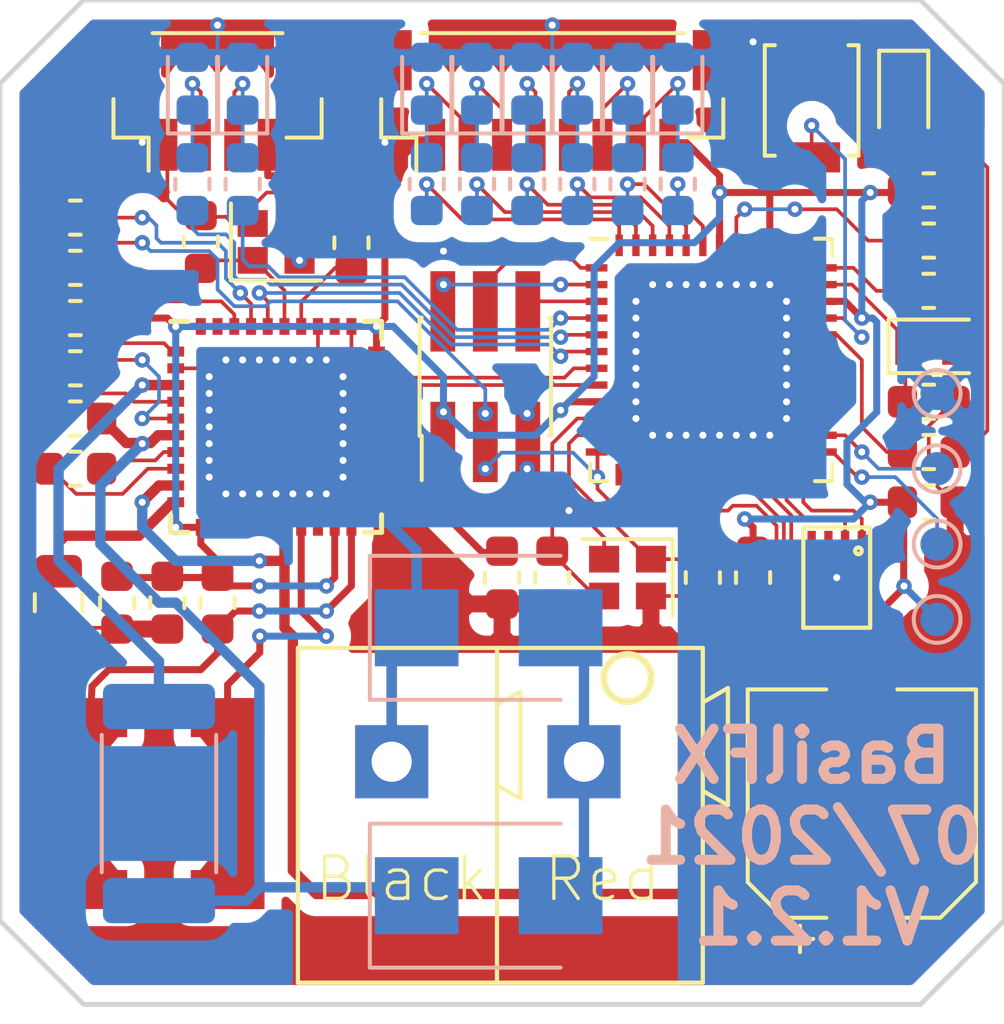
<source format=kicad_pcb>
(kicad_pcb (version 20171130) (host pcbnew "(5.1.10-1-10_14)")
  (layers (0 F.Cu signal) (31 B.Cu signal) (34 B.Paste user hide) (35 F.Paste user hide) (36 B.SilkS user) (37 F.SilkS user hide) (38 B.Mask user hide) (39 F.Mask user hide) (44 Edge.Cuts user hide))
  (net 0 "")
  (net 1 "Net-(U1-Pad31)")
  (net 2 "Net-(U1-Pad16)")
  (net 3 "Net-(U1-Pad15)")
  (net 4 "Net-(U1-Pad14)")
  (net 5 "Net-(U1-Pad13)")
  (net 6 "Net-(U2-Pad39)")
  (net 7 "Net-(U2-Pad32)")
  (net 8 "Net-(U2-Pad22)")
  (net 9 "Net-(U2-Pad21)")
  (net 10 "Net-(U2-Pad15)")
  (net 11 "Net-(U2-Pad13)")
  (net 12 "Net-(U2-Pad12)")
  (net 13 GND)
  (net 14 /RESET)
  (net 15 /SWO)
  (net 16 /SWDCLK)
  (net 17 /SWDIO)
  (net 18 "Net-(C3-Pad1)")
  (net 19 "Net-(C1-Pad2)")
  (net 20 "Net-(C4-Pad1)")
  (net 21 "Net-(C5-Pad1)")
  (net 22 "Net-(C7-Pad1)")
  (net 23 "Net-(C6-Pad1)")
  (net 24 "Net-(C2-Pad2)")
  (net 25 /SDA)
  (net 26 /SCL)
  (net 27 "Net-(C14-Pad1)")
  (net 28 "Net-(C14-Pad2)")
  (net 29 "Net-(C15-Pad2)")
  (net 30 "Net-(D1-Pad2)")
  (net 31 /KNX+)
  (net 32 "Net-(L1-Pad2)")
  (net 33 "Net-(L1-Pad1)")
  (net 34 /LED)
  (net 35 "Net-(R2-Pad2)")
  (net 36 /SWITCH)
  (net 37 /SAVE)
  (net 38 /RXD)
  (net 39 /TXD)
  (net 40 /SCLK)
  (net 41 /MOSI)
  (net 42 /MISO)
  (net 43 /CS)
  (net 44 /IF1)
  (net 45 /IF2)
  (net 46 /IF3)
  (net 47 /IF4)
  (net 48 /IF5)
  (net 49 /IF6)
  (net 50 "Net-(D2-Pad2)")
  (net 51 "Net-(C11-Pad1)")
  (net 52 "Net-(C12-Pad1)")
  (net 53 "Net-(C13-Pad1)")
  (net 54 "Net-(D6-Pad1)")
  (net 55 "Net-(D7-Pad1)")
  (net 56 "Net-(D8-Pad1)")
  (net 57 "Net-(D9-Pad1)")
  (net 58 "Net-(D10-Pad1)")
  (net 59 "Net-(D11-Pad1)")
  (net 60 "Net-(U1-Pad30)")
  (net 61 "Net-(U1-Pad29)")
  (net 62 "Net-(U1-Pad28)")
  (net 63 "Net-(U1-Pad27)")
  (net 64 "Net-(U1-Pad18)")
  (net 65 "Net-(U1-Pad17)")
  (net 66 "Net-(D4-Pad1)")
  (net 67 "Net-(D5-Pad1)")
  (net 68 "Net-(U1-Pad20)")
  (net 69 "Net-(U1-Pad19)")
  (net 70 "Net-(TP2-Pad1)")
  (net 71 "Net-(TP3-Pad1)")
  (net 72 3V3-A)
  (net 73 "Net-(R13-Pad2)")
  (net 74 "Net-(U1-Pad38)")
  (net 75 "Net-(R12-Pad2)")
  (module Resistor_SMD:R_2512_6332Metric (layer B.Cu) (at 74.75 64 90)
    (fp_text reference R2 hide)
    (fp_text value 27)
    (pad 1 smd roundrect (at -2.9 0 90) (size 1.35 3.35) (layers B.Cu B.Paste B.Mask) (roundrect_rratio 0.185185) (net 31 /KNX+))
    (pad 2 smd roundrect (at 2.9 0 90) (size 1.35 3.35) (layers B.Cu B.Paste B.Mask) (roundrect_rratio 0.185185) (net 35 "Net-(R2-Pad2)"))
  )
  (module Resistor_SMD:R_0603_1608Metric (layer B.Cu) (at 77.25 45.5 90)
    (fp_text reference R11 hide)
    (fp_text value 0)
    (pad 2 smd roundrect (at 0.7875 0 90) (size 0.875 0.95) (layers B.Cu B.Paste B.Mask) (net 66 "Net-(D4-Pad1)"))
    (pad 1 smd roundrect (at -0.7875 0 90) (size 0.875 0.95) (layers B.Cu B.Paste B.Mask) (net 25 /SDA))
  )
  (module Button_Switch_SMD:SW_SPST_B3U-1000P (layer F.Cu) (at 94.25 43 270)
    (fp_text reference SW1 hide)
    (fp_text value PROG)
    (pad 1 smd rect (at -1.7 0 270) (size 0.9 1.7) (layers F.Cu F.Paste F.Mask) (net 13 GND))
    (pad 2 smd rect (at 1.7 0 270) (size 0.9 1.7) (layers F.Cu F.Paste F.Mask) (net 36 /SWITCH))
  )
  (module Capacitor_SMD:CP_Elec_6.3x7.7 (layer F.Cu) (at 95.75 64 90)
    (fp_text reference C11 hide)
    (fp_text value 100µF)
    (pad 1 smd rect (at -2.7 0 90) (size 3.5 1.6) (layers F.Cu F.Paste F.Mask) (net 51 "Net-(C11-Pad1)"))
    (pad 2 smd rect (at 2.7 0 90) (size 3.5 1.6) (layers F.Cu F.Paste F.Mask) (net 13 GND))
  )
  (module Capacitor_SMD:C_0603_1608Metric (layer F.Cu) (at 97.75 52 180)
    (fp_text reference C1 hide)
    (fp_text value 18pF)
    (pad 1 smd roundrect (at -0.7875 0 180) (size 0.875 0.95) (layers F.Cu F.Paste F.Mask) (net 13 GND))
    (pad 2 smd roundrect (at 0.7875 0 180) (size 0.875 0.95) (layers F.Cu F.Paste F.Mask) (net 19 "Net-(C1-Pad2)"))
  )
  (module Capacitor_SMD:C_0603_1608Metric (layer F.Cu) (at 97.75 48.6865 180)
    (fp_text reference C2 hide)
    (fp_text value 18pF)
    (pad 2 smd roundrect (at 0.7875 0 180) (size 0.875 0.95) (layers F.Cu F.Paste F.Mask) (net 24 "Net-(C2-Pad2)"))
    (pad 1 smd roundrect (at -0.7875 0 180) (size 0.875 0.95) (layers F.Cu F.Paste F.Mask) (net 13 GND))
  )
  (module Capacitor_SMD:C_0603_1608Metric (layer F.Cu) (at 97.75 47.1865)
    (fp_text reference C3 hide)
    (fp_text value 1µF)
    (pad 1 smd roundrect (at -0.7875 0) (size 0.875 0.95) (layers F.Cu F.Paste F.Mask) (net 18 "Net-(C3-Pad1)"))
    (pad 2 smd roundrect (at 0.7875 0) (size 0.875 0.95) (layers F.Cu F.Paste F.Mask) (net 13 GND))
  )
  (module Capacitor_SMD:C_0603_1608Metric (layer F.Cu) (at 91 57.25 270)
    (fp_text reference C4 hide)
    (fp_text value 20pF)
    (pad 2 smd roundrect (at 0.7875 0 270) (size 0.875 0.95) (layers F.Cu F.Paste F.Mask) (net 13 GND))
    (pad 1 smd roundrect (at -0.7875 0 270) (size 0.875 0.95) (layers F.Cu F.Paste F.Mask) (net 20 "Net-(C4-Pad1)"))
  )
  (module Capacitor_SMD:C_0603_1608Metric (layer F.Cu) (at 86.5 57.25 270)
    (fp_text reference C5 hide)
    (fp_text value 20pF)
    (pad 1 smd roundrect (at -0.7875 0 270) (size 0.875 0.95) (layers F.Cu F.Paste F.Mask) (net 21 "Net-(C5-Pad1)"))
    (pad 2 smd roundrect (at 0.7875 0 270) (size 0.875 0.95) (layers F.Cu F.Paste F.Mask) (net 13 GND))
  )
  (module Capacitor_SMD:C_0603_1608Metric (layer F.Cu) (at 80.5 47.25 90)
    (fp_text reference C6 hide)
    (fp_text value 10pF)
    (pad 2 smd roundrect (at 0.7875 0 90) (size 0.875 0.95) (layers F.Cu F.Paste F.Mask) (net 13 GND))
    (pad 1 smd roundrect (at -0.7875 0 90) (size 0.875 0.95) (layers F.Cu F.Paste F.Mask) (net 23 "Net-(C6-Pad1)"))
  )
  (module Capacitor_SMD:C_0603_1608Metric (layer F.Cu) (at 76 47.226 90)
    (fp_text reference C7 hide)
    (fp_text value 10pF)
    (pad 1 smd roundrect (at -0.7875 0 90) (size 0.875 0.95) (layers F.Cu F.Paste F.Mask) (net 22 "Net-(C7-Pad1)"))
    (pad 2 smd roundrect (at 0.7875 0 90) (size 0.875 0.95) (layers F.Cu F.Paste F.Mask) (net 13 GND))
  )
  (module Capacitor_SMD:C_0603_1608Metric (layer F.Cu) (at 97.75 45.6865)
    (fp_text reference C8 hide)
    (fp_text value 100nF)
    (pad 2 smd roundrect (at 0.7875 0) (size 0.875 0.95) (layers F.Cu F.Paste F.Mask) (net 13 GND))
    (pad 1 smd roundrect (at -0.7875 0) (size 0.875 0.95) (layers F.Cu F.Paste F.Mask) (net 72 3V3-A))
  )
  (module Capacitor_SMD:C_0603_1608Metric (layer F.Cu) (at 97.75 55)
    (fp_text reference C9 hide)
    (fp_text value 100nF)
    (pad 1 smd roundrect (at -0.7875 0) (size 0.875 0.95) (layers F.Cu F.Paste F.Mask) (net 72 3V3-A))
    (pad 2 smd roundrect (at 0.7875 0) (size 0.875 0.95) (layers F.Cu F.Paste F.Mask) (net 13 GND))
  )
  (module Capacitor_SMD:C_0603_1608Metric (layer F.Cu) (at 92.5 57.25 270)
    (fp_text reference C10 hide)
    (fp_text value 100nF)
    (pad 2 smd roundrect (at 0.7875 0 270) (size 0.875 0.95) (layers F.Cu F.Paste F.Mask) (net 13 GND))
    (pad 1 smd roundrect (at -0.7875 0 270) (size 0.875 0.95) (layers F.Cu F.Paste F.Mask) (net 72 3V3-A))
  )
  (module Capacitor_SMD:C_0603_1608Metric (layer F.Cu) (at 72.25 51 180)
    (fp_text reference C13 hide)
    (fp_text value 100nF)
    (pad 1 smd roundrect (at -0.7875 0 180) (size 0.875 0.95) (layers F.Cu F.Paste F.Mask) (net 53 "Net-(C13-Pad1)"))
    (pad 2 smd roundrect (at 0.7875 0 180) (size 0.875 0.95) (layers F.Cu F.Paste F.Mask) (net 13 GND))
  )
  (module Capacitor_SMD:C_0603_1608Metric (layer F.Cu) (at 72.25 54)
    (fp_text reference C14 hide)
    (fp_text value 220nF)
    (pad 2 smd roundrect (at 0.7875 0) (size 0.875 0.95) (layers F.Cu F.Paste F.Mask) (net 28 "Net-(C14-Pad2)"))
    (pad 1 smd roundrect (at -0.7875 0) (size 0.875 0.95) (layers F.Cu F.Paste F.Mask) (net 27 "Net-(C14-Pad1)"))
  )
  (module Capacitor_SMD:C_0603_1608Metric (layer F.Cu) (at 72.25 52.5 180)
    (fp_text reference C15 hide)
    (fp_text value 47nF)
    (pad 1 smd roundrect (at -0.7875 0 180) (size 0.875 0.95) (layers F.Cu F.Paste F.Mask) (net 31 /KNX+))
    (pad 2 smd roundrect (at 0.7875 0 180) (size 0.875 0.95) (layers F.Cu F.Paste F.Mask) (net 29 "Net-(C15-Pad2)"))
  )
  (module Capacitor_SMD:C_0603_1608Metric (layer F.Cu) (at 75 58 270)
    (fp_text reference C16 hide)
    (fp_text value 100nF)
    (pad 2 smd roundrect (at 0.7875 0 270) (size 0.875 0.95) (layers F.Cu F.Paste F.Mask) (net 13 GND))
    (pad 1 smd roundrect (at -0.7875 0 270) (size 0.875 0.95) (layers F.Cu F.Paste F.Mask) (net 72 3V3-A))
  )
  (module Capacitor_SMD:C_0603_1608Metric (layer F.Cu) (at 73.5 58 270)
    (fp_text reference C17 hide)
    (fp_text value 10µF)
    (pad 1 smd roundrect (at -0.7875 0 270) (size 0.875 0.95) (layers F.Cu F.Paste F.Mask) (net 72 3V3-A))
    (pad 2 smd roundrect (at 0.7875 0 270) (size 0.875 0.95) (layers F.Cu F.Paste F.Mask) (net 13 GND))
  )
  (module Capacitor_SMD:C_0603_1608Metric (layer F.Cu) (at 72.25 49.5 180)
    (fp_text reference C18 hide)
    (fp_text value 100nF)
    (pad 2 smd roundrect (at 0.7875 0 180) (size 0.875 0.95) (layers F.Cu F.Paste F.Mask) (net 13 GND))
    (pad 1 smd roundrect (at -0.7875 0 180) (size 0.875 0.95) (layers F.Cu F.Paste F.Mask) (net 72 3V3-A))
  )
  (module Capacitor_SMD:C_0603_1608Metric (layer F.Cu) (at 85 57.25 270)
    (fp_text reference C19 hide)
    (fp_text value 100nF)
    (pad 1 smd roundrect (at -0.7875 0 270) (size 0.875 0.95) (layers F.Cu F.Paste F.Mask) (net 72 3V3-A))
    (pad 2 smd roundrect (at 0.7875 0 270) (size 0.875 0.95) (layers F.Cu F.Paste F.Mask) (net 13 GND))
  )
  (module Capacitor_SMD:C_0805_2012Metric (layer F.Cu) (at 71.75 58 270)
    (fp_text reference C12 hide)
    (fp_text value 1µF)
    (pad 1 smd roundrect (at -0.9375 0 270) (size 0.975 1.4) (layers F.Cu F.Paste F.Mask) (net 52 "Net-(C12-Pad1)"))
    (pad 2 smd roundrect (at 0.9375 0 270) (size 0.975 1.4) (layers F.Cu F.Paste F.Mask) (net 13 GND))
  )
  (module Connector_JST:JST_SH_BM04B-SRSS-TB_1x04-1MP_P1.00mm_Vertical (layer F.Cu) (at 76.5 43)
    (fp_text reference J1 hide)
    (fp_text value I2C)
    (pad 1 smd rect (at -1.5 1.325) (size 0.6 1.55) (layers F.Cu F.Paste F.Mask) (net 13 GND))
    (pad 2 smd rect (at -0.5 1.325) (size 0.6 1.55) (layers F.Cu F.Paste F.Mask) (net 67 "Net-(D5-Pad1)"))
    (pad 3 smd rect (at 0.5 1.325) (size 0.6 1.55) (layers F.Cu F.Paste F.Mask) (net 66 "Net-(D4-Pad1)"))
    (pad 4 smd rect (at 1.5 1.325) (size 0.6 1.55) (layers F.Cu F.Paste F.Mask) (net 72 3V3-A))
    (pad MP smd rect (at -2.8 -1.2) (size 1.2 1.8) (layers F.Cu F.Paste F.Mask))
    (pad MP smd rect (at 2.8 -1.2) (size 1.2 1.8) (layers F.Cu F.Paste F.Mask))
  )
  (module Connector_JST:JST_SH_BM08B-SRSS-TB_1x08-1MP_P1.00mm_Vertical (layer F.Cu) (at 86.5 43)
    (fp_text reference J2 hide)
    (fp_text value INTERFACE)
    (pad 1 smd rect (at -3.5 1.325) (size 0.6 1.55) (layers F.Cu F.Paste F.Mask) (net 13 GND))
    (pad 2 smd rect (at -2.5 1.325) (size 0.6 1.55) (layers F.Cu F.Paste F.Mask) (net 59 "Net-(D11-Pad1)"))
    (pad 3 smd rect (at -1.5 1.325) (size 0.6 1.55) (layers F.Cu F.Paste F.Mask) (net 58 "Net-(D10-Pad1)"))
    (pad 4 smd rect (at -0.5 1.325) (size 0.6 1.55) (layers F.Cu F.Paste F.Mask) (net 57 "Net-(D9-Pad1)"))
    (pad 5 smd rect (at 0.5 1.325) (size 0.6 1.55) (layers F.Cu F.Paste F.Mask) (net 56 "Net-(D8-Pad1)"))
    (pad 6 smd rect (at 1.5 1.325) (size 0.6 1.55) (layers F.Cu F.Paste F.Mask) (net 55 "Net-(D7-Pad1)"))
    (pad 7 smd rect (at 2.5 1.325) (size 0.6 1.55) (layers F.Cu F.Paste F.Mask) (net 54 "Net-(D6-Pad1)"))
    (pad 8 smd rect (at 3.5 1.325) (size 0.6 1.55) (layers F.Cu F.Paste F.Mask) (net 72 3V3-A))
    (pad MP smd rect (at -4.8 -1.2) (size 1.2 1.8) (layers F.Cu F.Paste F.Mask))
    (pad MP smd rect (at 4.8 -1.2) (size 1.2 1.8) (layers F.Cu F.Paste F.Mask))
  )
  (module Connector_PinHeader_1.27mm:PinHeader_2x03_P1.27mm_Vertical_SMD (layer F.Cu) (at 84.5 51.25 90)
    (fp_text reference J4 hide)
    (fp_text value JTAG)
    (pad 1 smd rect (at -1.95 -1.27 90) (size 2.4 0.74) (layers F.Cu F.Paste F.Mask) (net 72 3V3-A))
    (pad 2 smd rect (at 1.95 -1.27 90) (size 2.4 0.74) (layers F.Cu F.Paste F.Mask) (net 17 /SWDIO))
    (pad 3 smd rect (at -1.95 0 90) (size 2.4 0.74) (layers F.Cu F.Paste F.Mask) (net 14 /RESET))
    (pad 4 smd rect (at 1.95 0 90) (size 2.4 0.74) (layers F.Cu F.Paste F.Mask) (net 16 /SWDCLK))
    (pad 5 smd rect (at -1.95 1.27 90) (size 2.4 0.74) (layers F.Cu F.Paste F.Mask) (net 13 GND))
    (pad 6 smd rect (at 1.95 1.27 90) (size 2.4 0.74) (layers F.Cu F.Paste F.Mask) (net 15 /SWO))
  )
  (module Crystal:Crystal_SMD_2012-2Pin_2.0x1.2mm (layer F.Cu) (at 97.75 50.3443)
    (fp_text reference Y1 hide)
    (fp_text value 32.768kHz)
    (pad 2 smd rect (at 0.7 0) (size 0.6 1.1) (layers F.Cu F.Paste F.Mask) (net 24 "Net-(C2-Pad2)"))
    (pad 1 smd rect (at -0.7 0) (size 0.6 1.1) (layers F.Cu F.Paste F.Mask) (net 19 "Net-(C1-Pad2)"))
  )
  (module Crystal:Crystal_SMD_2016-4Pin_2.0x1.6mm (layer F.Cu) (at 88.75 57.25 180)
    (fp_text reference Y2 hide)
    (fp_text value 40MHz)
    (pad 4 smd rect (at -0.7 -0.55 180) (size 0.9 0.8) (layers F.Cu F.Paste F.Mask) (net 13 GND))
    (pad 3 smd rect (at 0.7 -0.55 180) (size 0.9 0.8) (layers F.Cu F.Paste F.Mask) (net 21 "Net-(C5-Pad1)"))
    (pad 2 smd rect (at 0.7 0.55 180) (size 0.9 0.8) (layers F.Cu F.Paste F.Mask) (net 13 GND))
    (pad 1 smd rect (at -0.7 0.55 180) (size 0.9 0.8) (layers F.Cu F.Paste F.Mask) (net 20 "Net-(C4-Pad1)"))
  )
  (module Crystal:Crystal_SMD_2016-4Pin_2.0x1.6mm (layer F.Cu) (at 78.25 47.226)
    (fp_text reference Y3 hide)
    (fp_text value 16MHz)
    (pad 1 smd rect (at -0.7 0.55) (size 0.9 0.8) (layers F.Cu F.Paste F.Mask) (net 22 "Net-(C7-Pad1)"))
    (pad 2 smd rect (at 0.7 0.55) (size 0.9 0.8) (layers F.Cu F.Paste F.Mask) (net 13 GND))
    (pad 3 smd rect (at 0.7 -0.55) (size 0.9 0.8) (layers F.Cu F.Paste F.Mask) (net 23 "Net-(C6-Pad1)"))
    (pad 4 smd rect (at -0.7 -0.55) (size 0.9 0.8) (layers F.Cu F.Paste F.Mask) (net 13 GND))
  )
  (module Diode_SMD:D_0603_1608Metric (layer B.Cu) (at 82.75 42.5 90)
    (fp_text reference D11 hide)
    (fp_text value D_TVS)
    (pad 2 smd roundrect (at 0.7875 0 90) (size 0.875 0.95) (layers B.Cu B.Paste B.Mask) (net 13 GND))
    (pad 1 smd roundrect (at -0.7875 0 90) (size 0.875 0.95) (layers B.Cu B.Paste B.Mask) (net 59 "Net-(D11-Pad1)"))
  )
  (module Diode_SMD:D_0603_1608Metric (layer B.Cu) (at 77.25 42.5 90)
    (fp_text reference D4 hide)
    (fp_text value D_TVS)
    (pad 1 smd roundrect (at -0.7875 0 90) (size 0.875 0.95) (layers B.Cu B.Paste B.Mask) (net 66 "Net-(D4-Pad1)"))
    (pad 2 smd roundrect (at 0.7875 0 90) (size 0.875 0.95) (layers B.Cu B.Paste B.Mask) (net 13 GND))
  )
  (module Diode_SMD:D_0603_1608Metric (layer B.Cu) (at 84.25 42.5 90)
    (fp_text reference D10 hide)
    (fp_text value D_TVS)
    (pad 2 smd roundrect (at 0.7875 0 90) (size 0.875 0.95) (layers B.Cu B.Paste B.Mask) (net 13 GND))
    (pad 1 smd roundrect (at -0.7875 0 90) (size 0.875 0.95) (layers B.Cu B.Paste B.Mask) (net 58 "Net-(D10-Pad1)"))
  )
  (module Diode_SMD:D_0603_1608Metric (layer B.Cu) (at 85.75 42.5 90)
    (fp_text reference D9 hide)
    (fp_text value D_TVS)
    (pad 1 smd roundrect (at -0.7875 0 90) (size 0.875 0.95) (layers B.Cu B.Paste B.Mask) (net 57 "Net-(D9-Pad1)"))
    (pad 2 smd roundrect (at 0.7875 0 90) (size 0.875 0.95) (layers B.Cu B.Paste B.Mask) (net 13 GND))
  )
  (module Diode_SMD:D_0603_1608Metric (layer B.Cu) (at 87.25 42.5 90)
    (fp_text reference D8 hide)
    (fp_text value D_TVS)
    (pad 2 smd roundrect (at 0.7875 0 90) (size 0.875 0.95) (layers B.Cu B.Paste B.Mask) (net 13 GND))
    (pad 1 smd roundrect (at -0.7875 0 90) (size 0.875 0.95) (layers B.Cu B.Paste B.Mask) (net 56 "Net-(D8-Pad1)"))
  )
  (module Diode_SMD:D_0603_1608Metric (layer B.Cu) (at 88.75 42.5 90)
    (fp_text reference D7 hide)
    (fp_text value D_TVS)
    (pad 1 smd roundrect (at -0.7875 0 90) (size 0.875 0.95) (layers B.Cu B.Paste B.Mask) (net 55 "Net-(D7-Pad1)"))
    (pad 2 smd roundrect (at 0.7875 0 90) (size 0.875 0.95) (layers B.Cu B.Paste B.Mask) (net 13 GND))
  )
  (module Diode_SMD:D_0603_1608Metric (layer B.Cu) (at 90.25 42.5 90)
    (fp_text reference D6 hide)
    (fp_text value D_TVS)
    (pad 2 smd roundrect (at 0.7875 0 90) (size 0.875 0.95) (layers B.Cu B.Paste B.Mask) (net 13 GND))
    (pad 1 smd roundrect (at -0.7875 0 90) (size 0.875 0.95) (layers B.Cu B.Paste B.Mask) (net 54 "Net-(D6-Pad1)"))
  )
  (module Diode_SMD:D_0603_1608Metric (layer B.Cu) (at 75.75 42.5 90)
    (fp_text reference D5 hide)
    (fp_text value D_TVS)
    (pad 1 smd roundrect (at -0.7875 0 90) (size 0.875 0.95) (layers B.Cu B.Paste B.Mask) (net 67 "Net-(D5-Pad1)"))
    (pad 2 smd roundrect (at 0.7875 0 90) (size 0.875 0.95) (layers B.Cu B.Paste B.Mask) (net 13 GND))
  )
  (module Diode_SMD:D_SMB (layer B.Cu) (at 84.6 66.75)
    (fp_text reference D2 hide)
    (fp_text value D)
    (pad 2 smd rect (at 2.15 0) (size 2.5 2.3) (layers B.Cu B.Paste B.Mask) (net 50 "Net-(D2-Pad2)"))
    (pad 1 smd rect (at -2.15 0) (size 2.5 2.3) (layers B.Cu B.Paste B.Mask) (net 31 /KNX+))
  )
  (module Diode_SMD:D_SMB (layer B.Cu) (at 84.6 58.75)
    (fp_text reference D3 hide)
    (fp_text value D_TVS)
    (pad 1 smd rect (at -2.15 0) (size 2.5 2.3) (layers B.Cu B.Paste B.Mask) (net 13 GND))
    (pad 2 smd rect (at 2.15 0) (size 2.5 2.3) (layers B.Cu B.Paste B.Mask) (net 50 "Net-(D2-Pad2)"))
  )
  (module LED_SMD:LED_0603_1608Metric (layer F.Cu) (at 97 43 270)
    (fp_text reference D1 hide)
    (fp_text value LED)
    (pad 1 smd roundrect (at -0.7875 0 270) (size 0.875 0.95) (layers F.Cu F.Paste F.Mask) (net 13 GND))
    (pad 2 smd roundrect (at 0.7875 0 270) (size 0.875 0.95) (layers F.Cu F.Paste F.Mask) (net 30 "Net-(D1-Pad2)"))
  )
  (module Package_DFN_QFN:Infineon_MLPQ-48-1EP_7x7mm_P0.5mm_Pad5.15x5.15mm (layer F.Cu) (at 91.25 50.75)
    (fp_text reference U1 hide)
    (fp_text value EFM32PG12B500)
    (pad 1 smd rect (at -3.425 -2.75) (size 0.65 0.22) (layers F.Cu F.Mask) (net 16 /SWDCLK))
    (pad 49 smd rect (at 0 0.184) (size 5.15 4.782) (layers F.Cu F.Mask) (net 13 GND))
    (pad 2 smd rect (at -3.425 -2.25) (size 0.65 0.22) (layers F.Cu F.Mask) (net 17 /SWDIO))
    (pad 3 smd rect (at -3.425 -1.75) (size 0.65 0.22) (layers F.Cu F.Mask) (net 15 /SWO))
    (pad 4 smd rect (at -3.425 -1.25) (size 0.65 0.22) (layers F.Cu F.Mask) (net 25 /SDA))
    (pad 5 smd rect (at -3.425 -0.75) (size 0.65 0.22) (layers F.Cu F.Mask) (net 26 /SCL))
    (pad 6 smd rect (at -3.425 -0.25) (size 0.65 0.22) (layers F.Cu F.Mask) (net 37 /SAVE))
    (pad 7 smd rect (at -3.425 0.25) (size 0.65 0.22) (layers F.Cu F.Mask) (net 39 /TXD))
    (pad 8 smd rect (at -3.425 0.75) (size 0.65 0.22) (layers F.Cu F.Mask) (net 38 /RXD))
    (pad 9 smd rect (at -3.425 1.25) (size 0.65 0.22) (layers F.Cu F.Mask) (net 72 3V3-A))
    (pad 10 smd rect (at -3.425 1.75) (size 0.65 0.22) (layers F.Cu F.Mask) (net 21 "Net-(C5-Pad1)"))
    (pad 11 smd rect (at -3.425 2.25) (size 0.65 0.22) (layers F.Cu F.Mask) (net 20 "Net-(C4-Pad1)"))
    (pad 12 smd rect (at -3.425 2.75) (size 0.65 0.22) (layers F.Cu F.Mask) (net 14 /RESET))
    (pad 25 smd rect (at 3.425 2.75) (size 0.65 0.22) (layers F.Cu F.Mask) (net 71 "Net-(TP3-Pad1)"))
    (pad 26 smd rect (at 3.425 2.25) (size 0.65 0.22) (layers F.Cu F.Mask) (net 70 "Net-(TP2-Pad1)"))
    (pad 27 smd rect (at 3.425 1.75) (size 0.65 0.22) (layers F.Cu F.Mask) (net 63 "Net-(U1-Pad27)"))
    (pad 28 smd rect (at 3.425 1.25) (size 0.65 0.22) (layers F.Cu F.Mask) (net 62 "Net-(U1-Pad28)"))
    (pad 29 smd rect (at 3.425 0.75) (size 0.65 0.22) (layers F.Cu F.Mask) (net 61 "Net-(U1-Pad29)"))
    (pad 30 smd rect (at 3.425 0.25) (size 0.65 0.22) (layers F.Cu F.Mask) (net 60 "Net-(U1-Pad30)"))
    (pad 31 smd rect (at 3.425 -0.25) (size 0.65 0.22) (layers F.Cu F.Mask) (net 1 "Net-(U1-Pad31)"))
    (pad 32 smd rect (at 3.425 -0.75) (size 0.65 0.22) (layers F.Cu F.Mask) (net 34 /LED))
    (pad 33 smd rect (at 3.425 -1.25) (size 0.65 0.22) (layers F.Cu F.Mask) (net 36 /SWITCH))
    (pad 34 smd rect (at 3.425 -1.75) (size 0.65 0.22) (layers F.Cu F.Mask) (net 72 3V3-A))
    (pad 35 smd rect (at 3.425 -2.25) (size 0.65 0.22) (layers F.Cu F.Mask) (net 19 "Net-(C1-Pad2)"))
    (pad 36 smd rect (at 3.425 -2.75) (size 0.65 0.22) (layers F.Cu F.Mask) (net 24 "Net-(C2-Pad2)"))
    (pad 13 smd rect (at -2.75 3.425) (size 0.22 0.65) (layers F.Cu F.Mask) (net 5 "Net-(U1-Pad13)"))
    (pad 14 smd rect (at -2.25 3.425) (size 0.22 0.65) (layers F.Cu F.Mask) (net 4 "Net-(U1-Pad14)"))
    (pad 15 smd rect (at -1.75 3.425) (size 0.22 0.65) (layers F.Cu F.Mask) (net 3 "Net-(U1-Pad15)"))
    (pad 16 smd rect (at -1.25 3.425) (size 0.22 0.65) (layers F.Cu F.Mask) (net 2 "Net-(U1-Pad16)"))
    (pad 17 smd rect (at -0.75 3.425) (size 0.22 0.65) (layers F.Cu F.Mask) (net 65 "Net-(U1-Pad17)"))
    (pad 18 smd rect (at -0.25 3.425) (size 0.22 0.65) (layers F.Cu F.Mask) (net 64 "Net-(U1-Pad18)"))
    (pad 19 smd rect (at 0.25 3.425) (size 0.22 0.65) (layers F.Cu F.Mask) (net 69 "Net-(U1-Pad19)"))
    (pad 20 smd rect (at 0.75 3.425) (size 0.22 0.65) (layers F.Cu F.Mask) (net 68 "Net-(U1-Pad20)"))
    (pad 21 smd rect (at 1.25 3.425) (size 0.22 0.65) (layers F.Cu F.Mask) (net 40 /SCLK))
    (pad 22 smd rect (at 1.75 3.425) (size 0.22 0.65) (layers F.Cu F.Mask) (net 41 /MOSI))
    (pad 23 smd rect (at 2.25 3.425) (size 0.22 0.65) (layers F.Cu F.Mask) (net 42 /MISO))
    (pad 24 smd rect (at 2.75 3.425) (size 0.22 0.65) (layers F.Cu F.Mask) (net 43 /CS))
    (pad 37 smd rect (at 2.75 -3.425) (size 0.22 0.65) (layers F.Cu F.Mask) (net 13 GND))
    (pad 38 smd rect (at 2.25 -3.425) (size 0.22 0.65) (layers F.Cu F.Mask) (net 74 "Net-(U1-Pad38)"))
    (pad 39 smd rect (at 1.75 -3.425) (size 0.22 0.65) (layers F.Cu F.Mask) (net 72 3V3-A))
    (pad 40 smd rect (at 1.25 -3.425) (size 0.22 0.65) (layers F.Cu F.Mask) (net 72 3V3-A))
    (pad 41 smd rect (at 0.75 -3.425) (size 0.22 0.65) (layers F.Cu F.Mask) (net 18 "Net-(C3-Pad1)"))
    (pad 42 smd rect (at 0.25 -3.425) (size 0.22 0.65) (layers F.Cu F.Mask) (net 72 3V3-A))
    (pad 43 smd rect (at -0.25 -3.425) (size 0.22 0.65) (layers F.Cu F.Mask) (net 49 /IF6))
    (pad 44 smd rect (at -0.75 -3.425) (size 0.22 0.65) (layers F.Cu F.Mask) (net 48 /IF5))
    (pad 45 smd rect (at -1.25 -3.425) (size 0.22 0.65) (layers F.Cu F.Mask) (net 47 /IF4))
    (pad 46 smd rect (at -1.75 -3.425) (size 0.22 0.65) (layers F.Cu F.Mask) (net 46 /IF3))
    (pad 47 smd rect (at -2.25 -3.425) (size 0.22 0.65) (layers F.Cu F.Mask) (net 45 /IF2))
    (pad 48 smd rect (at -2.75 -3.425) (size 0.22 0.65) (layers F.Cu F.Mask) (net 44 /IF1))
    (pad 49 smd rect (at 0.184 -2.391) (size 4.782 0.368) (layers F.Cu F.Mask) (net 13 GND))
    (pad 49 smd rect (at -2.207 -2.207 45) (size 0.52 0.52) (layers F.Cu F.Mask) (net 13 GND))
  )
  (module Package_DFN_QFN:QFN-40-1EP_6x6mm_P0.5mm_EP4.6x4.6mm (layer F.Cu) (at 78.25 52.75)
    (fp_text reference U2 hide)
    (fp_text value NCN5121)
    (pad 1 smd rect (at -3 -2.25) (size 0.5 0.3) (layers F.Cu F.Paste F.Mask) (net 13 GND))
    (pad 2 smd rect (at -3 -1.75) (size 0.5 0.3) (layers F.Cu F.Paste F.Mask) (net 13 GND))
    (pad 3 smd rect (at -3 -1.25) (size 0.5 0.3) (layers F.Cu F.Paste F.Mask) (net 35 "Net-(R2-Pad2)"))
    (pad 4 smd rect (at -3 -0.75) (size 0.5 0.3) (layers F.Cu F.Paste F.Mask) (net 29 "Net-(C15-Pad2)"))
    (pad 5 smd rect (at -3 -0.25) (size 0.5 0.3) (layers F.Cu F.Paste F.Mask) (net 53 "Net-(C13-Pad1)"))
    (pad 6 smd rect (at -3 0.25) (size 0.5 0.3) (layers F.Cu F.Paste F.Mask) (net 31 /KNX+))
    (pad 7 smd rect (at -3 0.75) (size 0.5 0.3) (layers F.Cu F.Paste F.Mask) (net 28 "Net-(C14-Pad2)"))
    (pad 8 smd rect (at -3 1.25) (size 0.5 0.3) (layers F.Cu F.Paste F.Mask) (net 27 "Net-(C14-Pad1)"))
    (pad 9 smd rect (at -3 1.75) (size 0.5 0.3) (layers F.Cu F.Paste F.Mask) (net 51 "Net-(C11-Pad1)"))
    (pad 10 smd rect (at -3 2.25) (size 0.5 0.3) (layers F.Cu F.Paste F.Mask) (net 52 "Net-(C12-Pad1)"))
    (pad 11 smd rect (at -2.25 3 90) (size 0.5 0.3) (layers F.Cu F.Paste F.Mask) (net 72 3V3-A))
    (pad 12 smd rect (at -1.75 3 90) (size 0.5 0.3) (layers F.Cu F.Paste F.Mask) (net 12 "Net-(U2-Pad12)"))
    (pad 13 smd rect (at -1.25 3 90) (size 0.5 0.3) (layers F.Cu F.Paste F.Mask) (net 11 "Net-(U2-Pad13)"))
    (pad 14 smd rect (at -0.75 3 90) (size 0.5 0.3) (layers F.Cu F.Paste F.Mask) (net 13 GND))
    (pad 15 smd rect (at -0.25 3 90) (size 0.5 0.3) (layers F.Cu F.Paste F.Mask) (net 10 "Net-(U2-Pad15)"))
    (pad 16 smd rect (at 0.25 3 90) (size 0.5 0.3) (layers F.Cu F.Paste F.Mask) (net 51 "Net-(C11-Pad1)"))
    (pad 17 smd rect (at 0.75 3 90) (size 0.5 0.3) (layers F.Cu F.Paste F.Mask) (net 32 "Net-(L1-Pad2)"))
    (pad 18 smd rect (at 1.25 3 90) (size 0.5 0.3) (layers F.Cu F.Paste F.Mask) (net 13 GND))
    (pad 19 smd rect (at 1.75 3 90) (size 0.5 0.3) (layers F.Cu F.Paste F.Mask) (net 72 3V3-A))
    (pad 20 smd rect (at 2.25 3 90) (size 0.5 0.3) (layers F.Cu F.Paste F.Mask) (net 33 "Net-(L1-Pad1)"))
    (pad 21 smd rect (at 3 2.25) (size 0.5 0.3) (layers F.Cu F.Paste F.Mask) (net 9 "Net-(U2-Pad21)"))
    (pad 22 smd rect (at 3 1.75) (size 0.5 0.3) (layers F.Cu F.Paste F.Mask) (net 8 "Net-(U2-Pad22)"))
    (pad 23 smd rect (at 3 1.25) (size 0.5 0.3) (layers F.Cu F.Paste F.Mask) (net 13 GND))
    (pad 24 smd rect (at 3 0.75) (size 0.5 0.3) (layers F.Cu F.Paste F.Mask) (net 13 GND))
    (pad 25 smd rect (at 3 0.25) (size 0.5 0.3) (layers F.Cu F.Paste F.Mask) (net 13 GND))
    (pad 26 smd rect (at 3 -0.25) (size 0.5 0.3) (layers F.Cu F.Paste F.Mask) (net 13 GND))
    (pad 27 smd rect (at 3 -0.75) (size 0.5 0.3) (layers F.Cu F.Paste F.Mask) (net 38 /RXD))
    (pad 28 smd rect (at 3 -1.25) (size 0.5 0.3) (layers F.Cu F.Paste F.Mask) (net 39 /TXD))
    (pad 29 smd rect (at 3 -1.75) (size 0.5 0.3) (layers F.Cu F.Paste F.Mask) (net 13 GND))
    (pad 30 smd rect (at 3 -2.25) (size 0.5 0.3) (layers F.Cu F.Paste F.Mask) (net 72 3V3-A))
    (pad 31 smd rect (at 2.25 -3 90) (size 0.5 0.3) (layers F.Cu F.Paste F.Mask) (net 13 GND))
    (pad 32 smd rect (at 1.75 -3 90) (size 0.5 0.3) (layers F.Cu F.Paste F.Mask) (net 7 "Net-(U2-Pad32)"))
    (pad 33 smd rect (at 1.25 -3 90) (size 0.5 0.3) (layers F.Cu F.Paste F.Mask) (net 13 GND))
    (pad 34 smd rect (at 0.75 -3 90) (size 0.5 0.3) (layers F.Cu F.Paste F.Mask) (net 23 "Net-(C6-Pad1)"))
    (pad 35 smd rect (at 0.25 -3 90) (size 0.5 0.3) (layers F.Cu F.Paste F.Mask) (net 22 "Net-(C7-Pad1)"))
    (pad 36 smd rect (at -0.25 -3 90) (size 0.5 0.3) (layers F.Cu F.Paste F.Mask) (net 37 /SAVE))
    (pad 37 smd rect (at -0.75 -3 90) (size 0.5 0.3) (layers F.Cu F.Paste F.Mask) (net 75 "Net-(R12-Pad2)"))
    (pad 38 smd rect (at -1.25 -3 90) (size 0.5 0.3) (layers F.Cu F.Paste F.Mask) (net 73 "Net-(R13-Pad2)"))
    (pad 39 smd rect (at -1.75 -3 90) (size 0.5 0.3) (layers F.Cu F.Paste F.Mask) (net 6 "Net-(U2-Pad39)"))
    (pad 40 smd rect (at -2.25 -3 90) (size 0.5 0.3) (layers F.Cu F.Paste F.Mask) (net 72 3V3-A))
    (pad 41 smd rect (at 0 0) (size 4.6 4.6) (layers F.Cu F.Mask) (net 13 GND))
  )
  (module Resistor_SMD:R_0603_1608Metric (layer F.Cu) (at 97.75 53.5)
    (fp_text reference R1 hide)
    (fp_text value 680)
    (pad 2 smd roundrect (at 0.7875 0) (size 0.875 0.95) (layers F.Cu F.Paste F.Mask) (net 30 "Net-(D1-Pad2)"))
    (pad 1 smd roundrect (at -0.7875 0) (size 0.875 0.95) (layers F.Cu F.Paste F.Mask) (net 34 /LED))
  )
  (module Resistor_SMD:R_0603_1608Metric (layer F.Cu) (at 76.5 58 270)
    (fp_text reference R3 hide)
    (fp_text value 1)
    (pad 1 smd roundrect (at -0.7875 0 270) (size 0.875 0.95) (layers F.Cu F.Paste F.Mask) (net 72 3V3-A))
    (pad 2 smd roundrect (at 0.7875 0 270) (size 0.875 0.95) (layers F.Cu F.Paste F.Mask) (net 33 "Net-(L1-Pad1)"))
  )
  (module Resistor_SMD:R_0603_1608Metric (layer B.Cu) (at 82.75 45.5 90)
    (fp_text reference R4 hide)
    (fp_text value 680)
    (pad 2 smd roundrect (at 0.7875 0 90) (size 0.875 0.95) (layers B.Cu B.Paste B.Mask) (net 59 "Net-(D11-Pad1)"))
    (pad 1 smd roundrect (at -0.7875 0 90) (size 0.875 0.95) (layers B.Cu B.Paste B.Mask) (net 44 /IF1))
  )
  (module Resistor_SMD:R_0603_1608Metric (layer B.Cu) (at 85.75 45.5 90)
    (fp_text reference R6 hide)
    (fp_text value 680)
    (pad 1 smd roundrect (at -0.7875 0 90) (size 0.875 0.95) (layers B.Cu B.Paste B.Mask) (net 46 /IF3))
    (pad 2 smd roundrect (at 0.7875 0 90) (size 0.875 0.95) (layers B.Cu B.Paste B.Mask) (net 57 "Net-(D9-Pad1)"))
  )
  (module Resistor_SMD:R_0603_1608Metric (layer B.Cu) (at 87.25 45.5 90)
    (fp_text reference R7 hide)
    (fp_text value 680)
    (pad 2 smd roundrect (at 0.7875 0 90) (size 0.875 0.95) (layers B.Cu B.Paste B.Mask) (net 56 "Net-(D8-Pad1)"))
    (pad 1 smd roundrect (at -0.7875 0 90) (size 0.875 0.95) (layers B.Cu B.Paste B.Mask) (net 47 /IF4))
  )
  (module Resistor_SMD:R_0603_1608Metric (layer B.Cu) (at 88.75 45.5 90)
    (fp_text reference R8 hide)
    (fp_text value 680)
    (pad 1 smd roundrect (at -0.7875 0 90) (size 0.875 0.95) (layers B.Cu B.Paste B.Mask) (net 48 /IF5))
    (pad 2 smd roundrect (at 0.7875 0 90) (size 0.875 0.95) (layers B.Cu B.Paste B.Mask) (net 55 "Net-(D7-Pad1)"))
  )
  (module Resistor_SMD:R_0603_1608Metric (layer B.Cu) (at 90.25 45.5 90)
    (fp_text reference R9 hide)
    (fp_text value 680)
    (pad 2 smd roundrect (at 0.7875 0 90) (size 0.875 0.95) (layers B.Cu B.Paste B.Mask) (net 54 "Net-(D6-Pad1)"))
    (pad 1 smd roundrect (at -0.7875 0 90) (size 0.875 0.95) (layers B.Cu B.Paste B.Mask) (net 49 /IF6))
  )
  (module Resistor_SMD:R_0603_1608Metric (layer B.Cu) (at 75.75 45.5 90)
    (fp_text reference R10 hide)
    (fp_text value 0)
    (pad 1 smd roundrect (at -0.7875 0 90) (size 0.875 0.95) (layers B.Cu B.Paste B.Mask) (net 26 /SCL))
    (pad 2 smd roundrect (at 0.7875 0 90) (size 0.875 0.95) (layers B.Cu B.Paste B.Mask) (net 67 "Net-(D5-Pad1)"))
  )
  (module Resistor_SMD:R_0603_1608Metric (layer F.Cu) (at 72.25 46.5)
    (fp_text reference R12 hide)
    (fp_text value 0)
    (pad 1 smd roundrect (at -0.7875 0) (size 0.875 0.95) (layers F.Cu F.Paste F.Mask) (net 14 /RESET))
    (pad 2 smd roundrect (at 0.7875 0) (size 0.875 0.95) (layers F.Cu F.Paste F.Mask) (net 75 "Net-(R12-Pad2)"))
  )
  (module Resistor_SMD:R_0603_1608Metric (layer F.Cu) (at 72.25 48)
    (fp_text reference R13 hide)
    (fp_text value 0)
    (pad 2 smd roundrect (at 0.7875 0) (size 0.875 0.95) (layers F.Cu F.Paste F.Mask) (net 73 "Net-(R13-Pad2)"))
    (pad 1 smd roundrect (at -0.7875 0) (size 0.875 0.95) (layers F.Cu F.Paste F.Mask) (net 13 GND))
  )
  (module Resistor_SMD:R_0603_1608Metric (layer B.Cu) (at 84.25 45.5 90)
    (fp_text reference R5 hide)
    (fp_text value 680)
    (pad 1 smd roundrect (at -0.7875 0 90) (size 0.875 0.95) (layers B.Cu B.Paste B.Mask) (net 45 /IF2))
    (pad 2 smd roundrect (at 0.7875 0 90) (size 0.875 0.95) (layers B.Cu B.Paste B.Mask) (net 58 "Net-(D10-Pad1)"))
  )
  (module TestPoint:TestPoint_Pad_D1.0mm (layer B.Cu) (at 98 51.75)
    (fp_text reference TP1 hide)
    (fp_text value Test_Point)
    (pad 1 smd circle (at 0 0) (size 1 1) (layers B.Cu B.Mask) (net 13 GND))
  )
  (module TestPoint:TestPoint_Pad_D1.0mm (layer B.Cu) (at 98 54)
    (fp_text reference TP2 hide)
    (fp_text value Test_Point)
    (pad 1 smd circle (at 0 0) (size 1 1) (layers B.Cu B.Mask) (net 70 "Net-(TP2-Pad1)"))
  )
  (module TestPoint:TestPoint_Pad_D1.0mm (layer B.Cu) (at 98 56.25)
    (fp_text reference TP3 hide)
    (fp_text value Test_Point)
    (pad 1 smd circle (at 0 0) (size 1 1) (layers B.Cu B.Mask) (net 71 "Net-(TP3-Pad1)"))
  )
  (module TestPoint:TestPoint_Pad_D1.0mm (layer B.Cu) (at 98 58.5)
    (fp_text reference TP4 hide)
    (fp_text value Test_Point)
    (pad 1 smd circle (at 0 0) (size 1 1) (layers B.Cu B.Mask) (net 72 3V3-A))
  )
  (module KNX:KNX_KLEMME (layer F.Cu) (at 84.25 62.75 90)
    (fp_text reference J3 hide)
    (fp_text value KNX_KLEMME hide)
    (fp_text user Black (at -3.5 -2.25 180) (layer F.SilkS) (effects (font (size 1.27 1.27) (thickness 0.1016))))
    (fp_text user Red (at -3.5 3.75 180) (layer F.SilkS) (effects (font (size 1.27 1.27) (thickness 0.1016))))
    (pad P- thru_hole rect (at 0 -2.54762 90) (size 2.18186 2.18186) (drill 1.19888) (layers *.Cu *.Mask) (net 13 GND))
    (pad P+ thru_hole rect (at 0 3.19786 90) (size 2.18186 2.18186) (drill 1.19888) (layers *.Cu *.Mask) (net 50 "Net-(D2-Pad2)"))
  )
  (module "PowerSwap:winbond-USON-8(2X3UX)" (layer F.Cu) (at 95 57.25 270)
    (fp_text reference U3 hide)
    (fp_text value MX25R8035F hide)
    (pad 9 smd rect (at 0 0 270) (size 0.19812 1.59766) (layers F.Cu F.Paste F.Mask) (net 13 GND))
    (pad 8 smd rect (at 1.22174 -0.7493 270) (size 0.34798 0.24892) (layers F.Cu F.Paste F.Mask) (net 72 3V3-A))
    (pad 7 smd rect (at 1.22174 -0.24892 270) (size 0.34798 0.24892) (layers F.Cu F.Paste F.Mask) (net 14 /RESET))
    (pad 6 smd rect (at 1.22174 0.24892 270) (size 0.34798 0.24892) (layers F.Cu F.Paste F.Mask) (net 40 /SCLK))
    (pad 5 smd rect (at 1.22174 0.7493 270) (size 0.34798 0.24892) (layers F.Cu F.Paste F.Mask) (net 41 /MOSI))
    (pad 4 smd rect (at -1.22174 0.7493 270) (size 0.34798 0.24892) (layers F.Cu F.Paste F.Mask) (net 13 GND))
    (pad 3 smd rect (at -1.22174 0.24892 270) (size 0.34798 0.24892) (layers F.Cu F.Paste F.Mask) (net 72 3V3-A))
    (pad 2 smd rect (at -1.22174 -0.24892 270) (size 0.34798 0.24892) (layers F.Cu F.Paste F.Mask) (net 42 /MISO))
    (pad 1 smd rect (at -1.22174 -0.7493 270) (size 0.34798 0.24892) (layers F.Cu F.Paste F.Mask) (net 43 /CS))
  )
  (module PowerSwap:SRR5028 (layer F.Cu) (at 74.75 64 90)
    (fp_text reference L1 hide)
    (fp_text value 220µH)
    (pad 2 smd rect (at -1.77 2.05 141) (size 1 1.9) (layers F.Cu F.Paste F.Mask) (net 32 "Net-(L1-Pad2)"))
    (pad 2 smd rect (at 1.75 2.06 39) (size 1 1.9) (layers F.Cu F.Paste F.Mask) (net 32 "Net-(L1-Pad2)"))
    (pad 1 smd rect (at -1.77 -2.05 39) (size 1 1.9) (layers F.Cu F.Paste F.Mask) (net 33 "Net-(L1-Pad1)"))
    (pad 2 smd rect (at 0 2.675 90) (size 6.3 0.95) (layers F.Cu F.Paste F.Mask) (net 32 "Net-(L1-Pad2)"))
    (pad 1 smd rect (at 0 -2.675 90) (size 6.3 0.95) (layers F.Cu F.Paste F.Mask) (net 33 "Net-(L1-Pad1)"))
    (pad 1 smd rect (at 2.567 -2.05 90) (size 1.166 2.2) (layers F.Cu F.Paste F.Mask) (net 33 "Net-(L1-Pad1)"))
    (pad 2 smd rect (at 2.567 2.05 90) (size 1.166 2.2) (layers F.Cu F.Paste F.Mask) (net 32 "Net-(L1-Pad2)"))
    (pad 1 smd rect (at -2.567 -2.05 90) (size 1.166 2.2) (layers F.Cu F.Paste F.Mask) (net 33 "Net-(L1-Pad1)"))
    (pad 2 smd rect (at -2.567 2.05 90) (size 1.166 2.2) (layers F.Cu F.Paste F.Mask) (net 32 "Net-(L1-Pad2)"))
    (pad 1 smd rect (at 1.76 -2.05 141) (size 1 1.9) (layers F.Cu F.Paste F.Mask) (net 33 "Net-(L1-Pad1)"))
  )
  (gr_circle (center 88.75 60.25) (end 89.25 60.75) (layer F.SilkS) (width 0.2))
  (gr_text "BasilFX\n07/2021\nV1.2.1" (at 94.25 65) (layer B.SilkS) (effects (font (size 1.5 1.5) (thickness 0.3)) (justify mirror)))
  (gr_line (start 100 67.5) (end 97.5 70) (layer Edge.Cuts) (width 0.15))
  (gr_line (start 70 67.5) (end 72.5 70) (layer Edge.Cuts) (width 0.15))
  (gr_line (start 100 42.5) (end 97.5 40) (layer Edge.Cuts) (width 0.15))
  (gr_line (start 70 42.5) (end 72.5 40) (layer Edge.Cuts) (width 0.15))
  (gr_line (start 70 67.5) (end 70 42.5) (layer Edge.Cuts) (width 0.15))
  (gr_line (start 97.5 70) (end 72.5 70) (layer Edge.Cuts) (width 0.15))
  (gr_line (start 100 42.5) (end 100 67.5) (layer Edge.Cuts) (width 0.15))
  (gr_line (start 72.5 40) (end 97.5 40) (layer Edge.Cuts) (width 0.15))
  (via (at 85.75 54) (size 0.46) (drill 0.21) (layers F.Cu B.Cu) (net 13))
  (via (at 93 48.5) (size 0.46) (drill 0.21) (layers F.Cu B.Cu) (net 13))
  (via (at 93.5 49) (size 0.46) (drill 0.21) (layers F.Cu B.Cu) (net 13))
  (via (at 93.5 49.5) (size 0.46) (drill 0.21) (layers F.Cu B.Cu) (net 13))
  (via (at 93.5 50) (size 0.46) (drill 0.21) (layers F.Cu B.Cu) (net 13))
  (via (at 93.5 50.5) (size 0.46) (drill 0.21) (layers F.Cu B.Cu) (net 13))
  (via (at 93.5 51) (size 0.46) (drill 0.21) (layers F.Cu B.Cu) (net 13))
  (via (at 93.5 51.5) (size 0.46) (drill 0.21) (layers F.Cu B.Cu) (net 13))
  (via (at 93.5 52) (size 0.46) (drill 0.21) (layers F.Cu B.Cu) (net 13))
  (via (at 93.5 52.5) (size 0.46) (drill 0.21) (layers F.Cu B.Cu) (net 13))
  (via (at 92.5 48.5) (size 0.46) (drill 0.21) (layers F.Cu B.Cu) (net 13))
  (via (at 92 48.5) (size 0.46) (drill 0.21) (layers F.Cu B.Cu) (net 13))
  (via (at 91.5 48.5) (size 0.46) (drill 0.21) (layers F.Cu B.Cu) (net 13))
  (via (at 91 48.5) (size 0.46) (drill 0.21) (layers F.Cu B.Cu) (net 13))
  (via (at 90.5 48.5) (size 0.46) (drill 0.21) (layers F.Cu B.Cu) (net 13))
  (via (at 90 48.5) (size 0.46) (drill 0.21) (layers F.Cu B.Cu) (net 13))
  (via (at 89.5 48.5) (size 0.46) (drill 0.21) (layers F.Cu B.Cu) (net 13))
  (via (at 89 49) (size 0.46) (drill 0.21) (layers F.Cu B.Cu) (net 13))
  (via (at 89 49.5) (size 0.46) (drill 0.21) (layers F.Cu B.Cu) (net 13))
  (via (at 89 50) (size 0.46) (drill 0.21) (layers F.Cu B.Cu) (net 13))
  (via (at 89 50.5) (size 0.46) (drill 0.21) (layers F.Cu B.Cu) (net 13))
  (via (at 89 51) (size 0.46) (drill 0.21) (layers F.Cu B.Cu) (net 13))
  (via (at 89 51.5) (size 0.46) (drill 0.21) (layers F.Cu B.Cu) (net 13))
  (via (at 89 52) (size 0.46) (drill 0.21) (layers F.Cu B.Cu) (net 13))
  (via (at 89 52.5) (size 0.46) (drill 0.21) (layers F.Cu B.Cu) (net 13))
  (via (at 90 53) (size 0.46) (drill 0.21) (layers F.Cu B.Cu) (net 13))
  (via (at 90.5 53) (size 0.46) (drill 0.21) (layers F.Cu B.Cu) (net 13))
  (via (at 91 53) (size 0.46) (drill 0.21) (layers F.Cu B.Cu) (net 13))
  (via (at 91.5 53) (size 0.46) (drill 0.21) (layers F.Cu B.Cu) (net 13))
  (via (at 92 53) (size 0.46) (drill 0.21) (layers F.Cu B.Cu) (net 13))
  (via (at 92.5 53) (size 0.46) (drill 0.21) (layers F.Cu B.Cu) (net 13))
  (via (at 93 53) (size 0.46) (drill 0.21) (layers F.Cu B.Cu) (net 13))
  (segment (start 76.3977 54.475) (end 76.525 54.475) (width 0.11) (layer F.Cu) (net 13))
  (segment (start 76.3977 54.475) (end 76.3977 54.3977) (width 0.11) (layer F.Cu) (net 13))
  (segment (start 76.3977 54.3977) (end 76.25 54.25) (width 0.11) (layer F.Cu) (net 13))
  (segment (start 76.75 54.75) (end 76.75 54.7) (width 0.11) (layer F.Cu) (net 13))
  (segment (start 76.75 54.7) (end 76.525 54.475) (width 0.11) (layer F.Cu) (net 13))
  (segment (start 84.25 41.65) (end 85.75 41.65) (width 0.11) (layer B.Cu) (net 13))
  (segment (start 77.6858 54.8142) (end 77.3142 54.8142) (width 0.11) (layer B.Cu) (net 13))
  (segment (start 77.3142 54.8142) (end 77.25 54.75) (width 0.11) (layer B.Cu) (net 13))
  (segment (start 77.75 54.75) (end 77.6858 54.8142) (width 0.11) (layer B.Cu) (net 13))
  (segment (start 77.25 54.75) (end 76.75 54.75) (width 0.11) (layer F.Cu) (net 13))
  (segment (start 73.5 58.75) (end 73.5 58.4748) (width 0.11) (layer F.Cu) (net 13))
  (segment (start 82.75 41.65) (end 84.25 41.65) (width 0.11) (layer B.Cu) (net 13))
  (segment (start 77.55 46.676) (end 77.2499 46.676) (width 0.11) (layer F.Cu) (net 13))
  (segment (start 76 46.476) (end 76.7497 46.476) (width 0.11) (layer F.Cu) (net 13))
  (segment (start 76.7497 46.476) (end 76.9497 46.676) (width 0.11) (layer F.Cu) (net 13))
  (segment (start 71.5 49.5) (end 71.5 49.7626) (width 0.11) (layer F.Cu) (net 13))
  (segment (start 81.0499 51) (end 81.25 51) (width 0.11) (layer F.Cu) (net 13))
  (segment (start 79.975 54.475) (end 80.2 54.25) (width 0.11) (layer F.Cu) (net 13))
  (segment (start 80.2 54.25) (end 80.25 54.25) (width 0.11) (layer F.Cu) (net 13))
  (segment (start 79.25 50.75) (end 79.75 50.75) (width 0.11) (layer F.Cu) (net 13))
  (segment (start 80.25 52.25) (end 80.25 52.75) (width 0.11) (layer B.Cu) (net 13))
  (segment (start 78.75 54.75) (end 78.25 54.75) (width 0.11) (layer B.Cu) (net 13))
  (segment (start 77.75 50.75) (end 78.25 50.75) (width 0.11) (layer B.Cu) (net 13))
  (segment (start 91.8938 51.3937) (end 92.6879 51.3937) (width 0.11) (layer F.Cu) (net 13))
  (segment (start 93.1813 51.7907) (end 93.0849 51.7907) (width 0.11) (layer F.Cu) (net 13))
  (segment (start 93.0849 51.7907) (end 92.6879 51.3937) (width 0.11) (layer F.Cu) (net 13))
  (segment (start 93.1813 51.7907) (end 93.1813 52.1877) (width 0.11) (layer F.Cu) (net 13))
  (segment (start 93.1813 51.3937) (end 93.1813 51.7907) (width 0.11) (layer F.Cu) (net 13))
  (segment (start 79.975 52.175) (end 79.5503 52.175) (width 0.11) (layer F.Cu) (net 13))
  (segment (start 80.25 52.25) (end 80.05 52.25) (width 0.11) (layer F.Cu) (net 13))
  (segment (start 80.05 52.25) (end 79.975 52.175) (width 0.11) (layer F.Cu) (net 13))
  (segment (start 78.825 52.175) (end 79.5503 52.175) (width 0.11) (layer F.Cu) (net 13))
  (segment (start 93.1813 52.6812) (end 93.1813 52.1877) (width 0.11) (layer F.Cu) (net 13))
  (segment (start 91.8938 52.6812) (end 93.1813 52.6812) (width 0.11) (layer F.Cu) (net 13))
  (segment (start 90.6063 52.6812) (end 91.8938 52.6812) (width 0.11) (layer F.Cu) (net 13))
  (segment (start 88.75 41.65) (end 90.25 41.65) (width 0.11) (layer B.Cu) (net 13))
  (segment (start 87.25 41.65) (end 88.75 41.65) (width 0.11) (layer B.Cu) (net 13))
  (segment (start 80.25 53.25) (end 80.05 53.25) (width 0.11) (layer F.Cu) (net 13))
  (segment (start 80.05 53.25) (end 79.975 53.325) (width 0.11) (layer F.Cu) (net 13))
  (segment (start 77.75 54.75) (end 77.75 54.55) (width 0.11) (layer F.Cu) (net 13))
  (segment (start 77.75 54.55) (end 77.675 54.475) (width 0.11) (layer F.Cu) (net 13))
  (segment (start 78.25 54.75) (end 77.75 54.75) (width 0.11) (layer F.Cu) (net 13))
  (segment (start 75.3001 50.5) (end 75.25 50.5) (width 0.11) (layer F.Cu) (net 13))
  (segment (start 75.3001 50.5) (end 75.3501 50.5) (width 0.11) (layer F.Cu) (net 13))
  (segment (start 94 47.35) (end 94 47.8503) (width 0.11) (layer F.Cu) (net 13))
  (segment (start 91.8938 48.8187) (end 92.6879 48.8187) (width 0.11) (layer F.Cu) (net 13))
  (segment (start 90.6063 48.8187) (end 91.8938 48.8187) (width 0.11) (layer F.Cu) (net 13))
  (segment (start 90.3649 50.1062) (end 90.1129 50.1062) (width 0.11) (layer F.Cu) (net 13))
  (segment (start 90.3649 48.8187) (end 90.3649 50.1062) (width 0.11) (layer F.Cu) (net 13))
  (segment (start 89.3188 50.1062) (end 90.1129 50.1062) (width 0.11) (layer F.Cu) (net 13))
  (segment (start 90.3649 48.8187) (end 89.3188 48.8187) (width 0.11) (layer F.Cu) (net 13))
  (segment (start 90.6063 48.8187) (end 90.3649 48.8187) (width 0.11) (layer F.Cu) (net 13))
  (segment (start 90.3649 50.1062) (end 90.3649 51.3937) (width 0.11) (layer F.Cu) (net 13))
  (segment (start 90.6063 50.1062) (end 90.3649 50.1062) (width 0.11) (layer F.Cu) (net 13))
  (segment (start 90.3649 51.3937) (end 90.1129 51.3937) (width 0.11) (layer F.Cu) (net 13))
  (segment (start 90.3649 51.3937) (end 90.3649 52.6812) (width 0.11) (layer F.Cu) (net 13))
  (segment (start 89.3188 51.3937) (end 90.1129 51.3937) (width 0.11) (layer F.Cu) (net 13))
  (segment (start 90.6063 52.6812) (end 90.3649 52.6812) (width 0.11) (layer F.Cu) (net 13))
  (segment (start 90.6063 51.3937) (end 90.3649 51.3937) (width 0.11) (layer F.Cu) (net 13))
  (segment (start 80.25 51.75) (end 80.25 52.25) (width 0.11) (layer B.Cu) (net 13))
  (segment (start 81.25 53) (end 81.0499 53) (width 0.11) (layer F.Cu) (net 13))
  (segment (start 79.975 51.025) (end 80.1375 51.025) (width 0.11) (layer F.Cu) (net 13))
  (segment (start 80.1375 51.025) (end 80.25 51.1375) (width 0.11) (layer F.Cu) (net 13))
  (segment (start 80.25 51.1375) (end 80.25 51.25) (width 0.11) (layer F.Cu) (net 13))
  (segment (start 79.975 53.325) (end 79.5503 53.325) (width 0.11) (layer F.Cu) (net 13))
  (segment (start 78.825 53.325) (end 79.5503 53.325) (width 0.11) (layer F.Cu) (net 13))
  (segment (start 78.825 54.75) (end 78.75 54.75) (width 0.11) (layer F.Cu) (net 13))
  (segment (start 79.25 54.75) (end 78.825 54.75) (width 0.11) (layer F.Cu) (net 13))
  (segment (start 78.825 54.75) (end 78.825 54.475) (width 0.11) (layer F.Cu) (net 13))
  (segment (start 77.25 41.65) (end 76.6997 41.65) (width 0.11) (layer B.Cu) (net 13))
  (segment (start 75.75 41.65) (end 75.75 41.8751) (width 0.11) (layer B.Cu) (net 13))
  (segment (start 75.3501 51) (end 76 51) (width 0.11) (layer F.Cu) (net 13))
  (segment (start 75.25 51) (end 75.3501 51) (width 0.11) (layer F.Cu) (net 13))
  (segment (start 76.25 51.25) (end 76.475 51.025) (width 0.11) (layer F.Cu) (net 13))
  (segment (start 76.475 51.025) (end 76.525 51.025) (width 0.11) (layer F.Cu) (net 13))
  (segment (start 76.25 51.25) (end 76 51) (width 0.11) (layer F.Cu) (net 13))
  (segment (start 79.975 51.025) (end 79.75 50.8) (width 0.11) (layer F.Cu) (net 13))
  (segment (start 79.75 50.8) (end 79.75 50.75) (width 0.11) (layer F.Cu) (net 13))
  (segment (start 91.8938 50.1062) (end 90.6063 50.1062) (width 0.11) (layer F.Cu) (net 13))
  (segment (start 93.1813 50.1062) (end 91.8938 50.1062) (width 0.11) (layer F.Cu) (net 13))
  (segment (start 76.25 52.75) (end 76.25 52.25) (width 0.11) (layer B.Cu) (net 13))
  (segment (start 76.25 53.25) (end 76.25 52.75) (width 0.11) (layer B.Cu) (net 13))
  (segment (start 76.75 50.75) (end 76.75 50.8) (width 0.11) (layer F.Cu) (net 13))
  (segment (start 76.75 50.8) (end 76.525 51.025) (width 0.11) (layer F.Cu) (net 13))
  (segment (start 77.25 50.75) (end 76.75 50.75) (width 0.11) (layer F.Cu) (net 13))
  (segment (start 77.675 52.175) (end 78.825 52.175) (width 0.11) (layer F.Cu) (net 13))
  (segment (start 77.675 53.325) (end 78.825 53.325) (width 0.11) (layer F.Cu) (net 13))
  (segment (start 77.675 50.75) (end 77.75 50.75) (width 0.11) (layer F.Cu) (net 13))
  (segment (start 77.25 50.75) (end 77.675 50.75) (width 0.11) (layer F.Cu) (net 13))
  (segment (start 77.675 50.75) (end 77.675 51.025) (width 0.11) (layer F.Cu) (net 13))
  (segment (start 80.25 53.25) (end 80.25 52.75) (width 0.11) (layer B.Cu) (net 13))
  (segment (start 80.25 53.75) (end 80.25 53.25) (width 0.11) (layer B.Cu) (net 13))
  (segment (start 79.975 54.475) (end 79.75 54.7) (width 0.11) (layer F.Cu) (net 13))
  (segment (start 79.75 54.7) (end 79.75 54.75) (width 0.11) (layer F.Cu) (net 13))
  (segment (start 79.75 54.75) (end 79.25 54.75) (width 0.11) (layer F.Cu) (net 13))
  (segment (start 76.25 51.25) (end 76.25 51.75) (width 0.11) (layer B.Cu) (net 13))
  (segment (start 76.25 51.75) (end 76.25 52.25) (width 0.11) (layer B.Cu) (net 13))
  (segment (start 76.25 52.25) (end 76.45 52.25) (width 0.11) (layer F.Cu) (net 13))
  (segment (start 76.45 52.25) (end 76.525 52.175) (width 0.11) (layer F.Cu) (net 13))
  (segment (start 76.25 53.25) (end 76.45 53.25) (width 0.11) (layer F.Cu) (net 13))
  (segment (start 76.45 53.25) (end 76.525 53.325) (width 0.11) (layer F.Cu) (net 13))
  (segment (start 76.25 53.75) (end 76.25 53.25) (width 0.11) (layer B.Cu) (net 13))
  (segment (start 80.25 54.25) (end 80.25 53.75) (width 0.11) (layer B.Cu) (net 13))
  (segment (start 80.25 51.25) (end 80.25 51.75) (width 0.11) (layer B.Cu) (net 13))
  (segment (start 78.825 50.75) (end 79.25 50.75) (width 0.11) (layer F.Cu) (net 13))
  (segment (start 78.75 50.75) (end 78.825 50.75) (width 0.11) (layer F.Cu) (net 13))
  (segment (start 78.825 50.75) (end 78.825 51.025) (width 0.11) (layer F.Cu) (net 13))
  (segment (start 78.25 50.75) (end 78.75 50.75) (width 0.11) (layer F.Cu) (net 13))
  (via (at 76.75 50.75) (size 0.46) (layers F.Cu B.Cu) (net 13))
  (via (at 77.25 50.75) (size 0.46) (layers F.Cu B.Cu) (net 13))
  (via (at 77.75 50.75) (size 0.46) (layers F.Cu B.Cu) (net 13))
  (via (at 78.25 50.75) (size 0.46) (layers F.Cu B.Cu) (net 13))
  (via (at 78.75 50.75) (size 0.46) (layers F.Cu B.Cu) (net 13))
  (via (at 79.25 50.75) (size 0.46) (layers F.Cu B.Cu) (net 13))
  (via (at 79.75 50.75) (size 0.46) (layers F.Cu B.Cu) (net 13))
  (via (at 80.25 51.25) (size 0.46) (layers F.Cu B.Cu) (net 13))
  (via (at 80.25 51.75) (size 0.46) (layers F.Cu B.Cu) (net 13))
  (via (at 80.25 52.25) (size 0.46) (layers F.Cu B.Cu) (net 13))
  (via (at 80.25 52.75) (size 0.46) (layers F.Cu B.Cu) (net 13))
  (via (at 80.25 53.25) (size 0.46) (layers F.Cu B.Cu) (net 13))
  (via (at 80.25 53.75) (size 0.46) (layers F.Cu B.Cu) (net 13))
  (via (at 80.25 54.25) (size 0.46) (layers F.Cu B.Cu) (net 13))
  (via (at 79.75 54.75) (size 0.46) (layers F.Cu B.Cu) (net 13))
  (via (at 79.25 54.75) (size 0.46) (layers F.Cu B.Cu) (net 13))
  (via (at 78.75 54.75) (size 0.46) (layers F.Cu B.Cu) (net 13))
  (via (at 78.25 54.75) (size 0.46) (layers F.Cu B.Cu) (net 13))
  (via (at 77.75 54.75) (size 0.46) (layers F.Cu B.Cu) (net 13))
  (via (at 77.25 54.75) (size 0.46) (layers F.Cu B.Cu) (net 13))
  (via (at 76.75 54.75) (size 0.46) (layers F.Cu B.Cu) (net 13))
  (via (at 76.25 54.25) (size 0.46) (layers F.Cu B.Cu) (net 13))
  (via (at 76.25 53.75) (size 0.46) (layers F.Cu B.Cu) (net 13))
  (via (at 76.25 53.25) (size 0.46) (layers F.Cu B.Cu) (net 13))
  (via (at 76.25 52.75) (size 0.46) (layers F.Cu B.Cu) (net 13))
  (via (at 76.25 52.25) (size 0.46) (layers F.Cu B.Cu) (net 13))
  (via (at 76.25 51.75) (size 0.46) (layers F.Cu B.Cu) (net 13))
  (via (at 76.25 51.25) (size 0.46) (layers F.Cu B.Cu) (net 13))
  (segment (start 79.5 55) (end 79.75 54.75) (width 0.11) (layer F.Cu) (net 13))
  (segment (start 79.5 55.75) (end 79.5 55) (width 0.11) (layer F.Cu) (net 13))
  (segment (start 77.5 55) (end 77.75 54.75) (width 0.11) (layer F.Cu) (net 13))
  (segment (start 77.5 55.75) (end 77.5 55) (width 0.11) (layer F.Cu) (net 13))
  (segment (start 81.25 52.5) (end 81.25 53) (width 0.11) (layer F.Cu) (net 13))
  (segment (start 81.25 54) (end 81.25 53.5) (width 0.11) (layer F.Cu) (net 13))
  (segment (start 80.5 53) (end 80.474999 52.974999) (width 0.11) (layer F.Cu) (net 13))
  (segment (start 80.474999 52.974999) (end 80.25 52.75) (width 0.11) (layer F.Cu) (net 13))
  (segment (start 81.25 53) (end 80.5 53) (width 0.11) (layer F.Cu) (net 13))
  (segment (start 79.5 50.5) (end 78.975 51.025) (width 0.11) (layer F.Cu) (net 13))
  (segment (start 78.975 51.025) (end 78.825 51.025) (width 0.11) (layer F.Cu) (net 13))
  (segment (start 79.5 49.75) (end 79.5 50.5) (width 0.11) (layer F.Cu) (net 13))
  (segment (start 77.8 46.676) (end 77.55 46.676) (width 0.11) (layer F.Cu) (net 13))
  (segment (start 98.5 47.25) (end 98.525 47.25) (width 0.11) (layer F.Cu) (net 13))
  (segment (start 98.5 48.75) (end 98.5 48.55) (width 0.11) (layer F.Cu) (net 13))
  (segment (start 98.5 47.25) (end 98.5 48.75) (width 0.11) (layer F.Cu) (net 13))
  (segment (start 93.775001 48.224999) (end 93.775001 48.075299) (width 0.11) (layer F.Cu) (net 13))
  (segment (start 93.775001 48.075299) (end 94 47.8503) (width 0.11) (layer F.Cu) (net 13))
  (segment (start 73.25 59) (end 73.5 58.75) (width 0.11) (layer F.Cu) (net 13))
  (segment (start 94.65 41.3) (end 94.25 41.3) (width 0.11) (layer F.Cu) (net 13))
  (segment (start 98.5 45.75) (end 98.19 45.75) (width 0.11) (layer F.Cu) (net 13))
  (segment (start 98.525 52) (end 98.5 52) (width 0.11) (layer F.Cu) (net 13))
  (segment (start 98.5 47.25) (end 98.5 45.75) (width 0.11) (layer F.Cu) (net 13))
  (segment (start 86.7 57.8) (end 86.5 58) (width 0.11) (layer F.Cu) (net 13))
  (segment (start 78.95 47.776) (end 78.9 47.776) (width 0.11) (layer F.Cu) (net 13))
  (via (at 78.95 47.776) (size 0.46) (drill 0.21) (layers F.Cu B.Cu) (net 13))
  (segment (start 90.3649 52.6812) (end 89.5 53) (width 0.11) (layer F.Cu) (net 13))
  (via (at 89.5 53) (size 0.46) (drill 0.21) (layers F.Cu B.Cu) (net 13))
  (segment (start 75 45.961) (end 75 44.2625) (width 0.11) (layer F.Cu) (net 13))
  (segment (start 75.515 46.476) (end 75 45.961) (width 0.11) (layer F.Cu) (net 13))
  (segment (start 80.5 50.5) (end 79.975 51.025) (width 0.11) (layer F.Cu) (net 13))
  (segment (start 80.5 49.75) (end 80.5 50.5) (width 0.11) (layer F.Cu) (net 13))
  (segment (start 80.475 51.025) (end 79.975 51.025) (width 0.11) (layer F.Cu) (net 13))
  (segment (start 80.5 51) (end 80.475 51.025) (width 0.11) (layer F.Cu) (net 13))
  (segment (start 81.25 51) (end 80.5 51) (width 0.11) (layer F.Cu) (net 13))
  (segment (start 81.25 53.5) (end 81.25 53) (width 0.11) (layer F.Cu) (net 13))
  (segment (start 94.25 41.3) (end 96.61 41.3) (width 0.11) (layer F.Cu) (net 13))
  (segment (start 98.5 51.515) (end 98.5 52) (width 0.11) (layer F.Cu) (net 13))
  (segment (start 99.25 50.765) (end 98.5 51.515) (width 0.11) (layer F.Cu) (net 13))
  (segment (start 99.25 49.475) (end 99.25 50.765) (width 0.11) (layer F.Cu) (net 13))
  (segment (start 98.525 48.75) (end 99.25 49.475) (width 0.11) (layer F.Cu) (net 13))
  (segment (start 98.5 48.75) (end 98.525 48.75) (width 0.11) (layer F.Cu) (net 13))
  (segment (start 85 58) (end 86.5 58) (width 0.11) (layer F.Cu) (net 13))
  (segment (start 90.8 57.8) (end 91 58) (width 0.11) (layer F.Cu) (net 13))
  (segment (start 89.45 57.8) (end 90.8 57.8) (width 0.11) (layer F.Cu) (net 13))
  (segment (start 91 58) (end 92.5 58) (width 0.11) (layer F.Cu) (net 13))
  (segment (start 72 58.75) (end 71.75 59) (width 0.11) (layer F.Cu) (net 13))
  (segment (start 73.5 58.75) (end 72 58.75) (width 0.11) (layer F.Cu) (net 13))
  (segment (start 97.75 53.5) (end 97.75 53.25) (width 0.11) (layer F.Cu) (net 13))
  (segment (start 98.475 52) (end 98.5 52) (width 0.11) (layer F.Cu) (net 13))
  (segment (start 97.75 52.725) (end 98.475 52) (width 0.11) (layer F.Cu) (net 13))
  (segment (start 97.75 53.5) (end 97.75 52.725) (width 0.11) (layer F.Cu) (net 13))
  (segment (start 98.475 55) (end 98.5 55) (width 0.11) (layer F.Cu) (net 13))
  (segment (start 97.75 54.275) (end 98.475 55) (width 0.11) (layer F.Cu) (net 13))
  (segment (start 97.75 53.5) (end 97.75 54.275) (width 0.11) (layer F.Cu) (net 13))
  (segment (start 77.25 41.65) (end 82.75 41.65) (width 0.11) (layer B.Cu) (net 13))
  (via (at 92.5 41.25) (size 0.46) (drill 0.21) (layers F.Cu B.Cu) (net 13))
  (segment (start 92.1 41.65) (end 92.5 41.25) (width 0.11) (layer B.Cu) (net 13))
  (segment (start 90.25 41.65) (end 92.1 41.65) (width 0.11) (layer B.Cu) (net 13))
  (segment (start 94.2 41.25) (end 94.25 41.3) (width 0.11) (layer F.Cu) (net 13))
  (segment (start 92.5 41.25) (end 94.2 41.25) (width 0.11) (layer F.Cu) (net 13))
  (segment (start 82.85 41.65) (end 82.75 41.65) (width 0.11) (layer B.Cu) (net 13))
  (segment (start 76 46.476) (end 75.515 46.476) (width 0.11) (layer F.Cu) (net 13))
  (via (at 74.25 44.25) (size 0.46) (drill 0.21) (layers F.Cu B.Cu) (net 13))
  (via (at 86.5 40.75) (size 0.46) (drill 0.21) (layers F.Cu B.Cu) (net 13))
  (via (at 76.5 40.75) (size 0.46) (drill 0.21) (layers F.Cu B.Cu) (net 13))
  (via (at 95 57.25) (size 0.46) (drill 0.21) (layers F.Cu B.Cu) (net 13))
  (segment (start 95 57.25) (end 94.25 56.5) (width 0.11) (layer F.Cu) (net 13))
  (segment (start 94.25 56.5) (end 94.2507 56.4993) (width 0.11) (layer F.Cu) (net 13))
  (segment (start 94.2507 56.4993) (end 94.2507 56.02826) (width 0.11) (layer F.Cu) (net 13))
  (segment (start 77.55 46.166) (end 77.966 45.75) (width 0.11) (layer F.Cu) (net 13))
  (segment (start 77.55 46.676) (end 77.55 46.166) (width 0.11) (layer F.Cu) (net 13))
  (segment (start 80.5 46.475) (end 79.775 45.75) (width 0.11) (layer F.Cu) (net 13))
  (segment (start 80.5 46.5) (end 80.5 46.475) (width 0.11) (layer F.Cu) (net 13))
  (segment (start 79.775 45.75) (end 78 45.75) (width 0.11) (layer F.Cu) (net 13))
  (via (at 81.5 44.25) (size 0.46) (drill 0.21) (layers F.Cu B.Cu) (net 13))
  (via (at 83.25 47.5) (size 0.46) (drill 0.21) (layers F.Cu B.Cu) (net 13))
  (segment (start 77.2499 46.676) (end 76.9497 46.676) (width 0.11) (layer F.Cu) (net 13))
  (segment (start 71.4625 51) (end 71.4625 50.25) (width 0.11) (layer F.Cu) (net 13))
  (segment (start 71.4625 49.5) (end 71.4625 48) (width 0.11) (layer F.Cu) (net 13))
  (segment (start 75.25 51) (end 75.25 50.5) (width 0.11) (layer F.Cu) (net 13))
  (segment (start 74.9 50.25) (end 71.4625 50.25) (width 0.11) (layer F.Cu) (net 13))
  (segment (start 75.15 50.5) (end 74.9 50.25) (width 0.11) (layer F.Cu) (net 13))
  (segment (start 75.25 50.5) (end 75.15 50.5) (width 0.11) (layer F.Cu) (net 13))
  (segment (start 71.4625 50.25) (end 71.4625 49.5) (width 0.11) (layer F.Cu) (net 13))
  (segment (start 76.5 40.75) (end 76.5 41.65) (width 0.11) (layer B.Cu) (net 13))
  (segment (start 76.5 41.65) (end 75.9751 41.65) (width 0.11) (layer B.Cu) (net 13))
  (segment (start 77.25 41.65) (end 76.5 41.65) (width 0.11) (layer B.Cu) (net 13))
  (segment (start 86.5 40.75) (end 86.5 41.65) (width 0.11) (layer B.Cu) (net 13))
  (segment (start 86.5 41.65) (end 87.25 41.65) (width 0.11) (layer B.Cu) (net 13))
  (segment (start 85.75 41.65) (end 86.5 41.65) (width 0.11) (layer B.Cu) (net 13))
  (segment (start 81.70238 59.49762) (end 82.45 58.75) (width 0.11) (layer B.Cu) (net 13))
  (segment (start 81.70238 62.75) (end 81.70238 59.49762) (width 0.31) (layer B.Cu) (net 13))
  (segment (start 73.5 58.75) (end 75 58.75) (width 0.11) (layer F.Cu) (net 13))
  (segment (start 88.05 56.7) (end 88 56.7) (width 0.11) (layer F.Cu) (net 13))
  (segment (start 82.45 56.45) (end 80.25 54.25) (width 0.31) (layer B.Cu) (net 13))
  (segment (start 82.45 58.75) (end 82.45 56.45) (width 0.31) (layer B.Cu) (net 13))
  (segment (start 86.5 58.0375) (end 85.925 58.0375) (width 0.11) (layer F.Cu) (net 13))
  (segment (start 81.70238 62.75) (end 81.70238 58.29762) (width 0.31) (layer F.Cu) (net 13))
  (segment (start 81.9625 58.0375) (end 85 58.0375) (width 0.31) (layer F.Cu) (net 13))
  (segment (start 81.70238 58.29762) (end 81.9625 58.0375) (width 0.31) (layer F.Cu) (net 13))
  (segment (start 96.61 41.3) (end 97 41.69) (width 0.11) (layer F.Cu) (net 13))
  (segment (start 97 41.69) (end 97 42.2) (width 0.11) (layer F.Cu) (net 13))
  (segment (start 85.77 53.1268) (end 85.75 52.35) (width 0.11) (layer F.Cu) (net 13))
  (via (at 85.75 52.35) (size 0.46) (drill 0.21) (layers F.Cu B.Cu) (net 13))
  (via (at 87 55.25) (size 0.46) (drill 0.21) (layers F.Cu B.Cu) (net 13))
  (segment (start 88.05 56.05) (end 88.05 56.7) (width 0.11) (layer F.Cu) (net 13))
  (segment (start 87.25 55.25) (end 88.05 56.05) (width 0.11) (layer F.Cu) (net 13))
  (segment (start 87 55.25) (end 87.25 55.25) (width 0.11) (layer F.Cu) (net 13))
  (segment (start 85.75 54) (end 87 55.25) (width 0.11) (layer B.Cu) (net 13))
  (segment (start 78.95 47.776) (end 78.95 47.796) (width 0.11) (layer B.Cu) (net 13))
  (segment (start 79.226 47.5) (end 78.95 47.776) (width 0.11) (layer B.Cu) (net 13))
  (segment (start 83.25 47.5) (end 79.226 47.5) (width 0.11) (layer B.Cu) (net 13))
  (segment (start 87.85 53.5) (end 87.85 54.15) (width 0.11) (layer F.Cu) (net 14))
  (segment (start 87.75 54.25) (end 87.85 54.25) (width 0.11) (layer B.Cu) (net 14))
  (via (at 87.85 54.25) (size 0.46) (drill 0.21) (layers F.Cu B.Cu) (net 14))
  (segment (start 87.85 54.25) (end 87.85 53.5) (width 0.11) (layer F.Cu) (net 14))
  (segment (start 95.24892 58.52127) (end 95.25 58.52235) (width 0.11) (layer F.Cu) (net 14))
  (segment (start 95.24892 58.47174) (end 95.24892 58.52127) (width 0.11) (layer F.Cu) (net 14))
  (segment (start 87.85 54.6) (end 88.5 55.25) (width 0.11) (layer F.Cu) (net 14))
  (segment (start 87.85 54.25) (end 87.85 54.6) (width 0.11) (layer F.Cu) (net 14))
  (segment (start 88.5 55.25) (end 91.75 55.25) (width 0.11) (layer F.Cu) (net 14))
  (segment (start 95.24892 58.81222) (end 95.24892 58.47174) (width 0.11) (layer F.Cu) (net 14))
  (segment (start 94.591131 59.47001) (end 95.24892 58.81222) (width 0.11) (layer F.Cu) (net 14))
  (segment (start 93.658869 59.47001) (end 94.591131 59.47001) (width 0.11) (layer F.Cu) (net 14))
  (segment (start 93.199981 59.011122) (end 93.658869 59.47001) (width 0.11) (layer F.Cu) (net 14))
  (segment (start 93.199981 55.699981) (end 93.199981 59.011122) (width 0.11) (layer F.Cu) (net 14))
  (segment (start 92.604999 55.104999) (end 93.199981 55.699981) (width 0.11) (layer F.Cu) (net 14))
  (segment (start 91.895001 55.104999) (end 92.604999 55.104999) (width 0.11) (layer F.Cu) (net 14))
  (segment (start 91.75 55.25) (end 91.895001 55.104999) (width 0.11) (layer F.Cu) (net 14))
  (via (at 84.5 54) (size 0.46) (drill 0.21) (layers F.Cu B.Cu) (net 14))
  (segment (start 87.6 54) (end 87.85 54.25) (width 0.11) (layer B.Cu) (net 14))
  (segment (start 87.12001 53.52001) (end 87.85 54.25) (width 0.11) (layer B.Cu) (net 14))
  (segment (start 84.97999 53.52001) (end 87.12001 53.52001) (width 0.11) (layer B.Cu) (net 14))
  (segment (start 84.5 54) (end 84.97999 53.52001) (width 0.11) (layer B.Cu) (net 14))
  (via (at 84.5 52.35) (size 0.46) (drill 0.21) (layers F.Cu B.Cu) (net 14))
  (segment (start 72 47.0375) (end 72.10251 47.14001) (width 0.11) (layer F.Cu) (net 14))
  (segment (start 71.4625 46.5) (end 72 47.0375) (width 0.11) (layer F.Cu) (net 14))
  (segment (start 74.25 47.25) (end 72.2125 47.25) (width 0.11) (layer F.Cu) (net 14))
  (segment (start 72.2125 47.25) (end 72 47.0375) (width 0.11) (layer F.Cu) (net 14))
  (segment (start 74.179993 47.14001) (end 74.25 47.25) (width 0.11) (layer F.Cu) (net 14))
  (via (at 74.25 47.25) (size 0.46) (drill 0.21) (layers F.Cu B.Cu) (net 14))
  (segment (start 74.498 47.498) (end 74.25 47.25) (width 0.11) (layer B.Cu) (net 14))
  (segment (start 75.498 47.498) (end 74.498 47.498) (width 0.11) (layer B.Cu) (net 14))
  (segment (start 75.5 47.5) (end 75.498 47.498) (width 0.11) (layer B.Cu) (net 14))
  (segment (start 78.084602 49) (end 77.939601 49.145001) (width 0.11) (layer B.Cu) (net 14))
  (segment (start 76.5 47.75) (end 76.25 47.5) (width 0.11) (layer B.Cu) (net 14))
  (segment (start 76.5 48.645001) (end 76.5 47.75) (width 0.11) (layer B.Cu) (net 14))
  (segment (start 77 49.145001) (end 76.5 48.645001) (width 0.11) (layer B.Cu) (net 14))
  (segment (start 77.939601 49.145001) (end 77 49.145001) (width 0.11) (layer B.Cu) (net 14))
  (segment (start 76.25 47.5) (end 75.5 47.5) (width 0.11) (layer B.Cu) (net 14))
  (segment (start 84.5 52.35) (end 84.5 51.62228) (width 0.11) (layer B.Cu) (net 14))
  (segment (start 84.5 51.62228) (end 81.87772 49) (width 0.11) (layer B.Cu) (net 14))
  (segment (start 81.87772 49) (end 78.084602 49) (width 0.11) (layer B.Cu) (net 14))
  (segment (start 87.85 49) (end 86.07 49) (width 0.11) (layer F.Cu) (net 15))
  (segment (start 86.07 49) (end 85.77 49.3) (width 0.11) (layer F.Cu) (net 15))
  (segment (start 87.85 48) (end 87.3497 48) (width 0.11) (layer F.Cu) (net 16))
  (segment (start 87.3497 48) (end 87.0743 47.7246) (width 0.11) (layer F.Cu) (net 16))
  (segment (start 84.5 48.47) (end 84.5 49.3) (width 0.11) (layer F.Cu) (net 16))
  (segment (start 85.2454 47.7246) (end 84.5 48.47) (width 0.11) (layer F.Cu) (net 16))
  (segment (start 87.0743 47.7246) (end 85.2454 47.7246) (width 0.11) (layer F.Cu) (net 16))
  (segment (start 87.85 48.5) (end 86.75 48.5) (width 0.11) (layer F.Cu) (net 17))
  (via (at 86.75 48.5) (size 0.46) (drill 0.21) (layers F.Cu B.Cu) (net 17))
  (segment (start 83.25 48.5) (end 86.75 48.5) (width 0.11) (layer B.Cu) (net 17))
  (via (at 83.25 48.5) (size 0.46) (drill 0.21) (layers F.Cu B.Cu) (net 17))
  (segment (start 96.975 47.25) (end 97 47.25) (width 0.11) (layer F.Cu) (net 18))
  (segment (start 92 47.35) (end 92 47.125) (width 0.11) (layer F.Cu) (net 18))
  (segment (start 92 47.35) (end 92 46.5) (width 0.11) (layer F.Cu) (net 18))
  (segment (start 92 46.5) (end 92.25 46.25) (width 0.11) (layer F.Cu) (net 18))
  (segment (start 93.75 46.25) (end 95 46.25) (width 0.11) (layer F.Cu) (net 18))
  (via (at 93.75 46.25) (size 0.46) (drill 0.21) (layers F.Cu B.Cu) (net 18))
  (via (at 92.25 46.25) (size 0.46) (drill 0.21) (layers F.Cu B.Cu) (net 18))
  (segment (start 92.25 46.25) (end 93.75 46.25) (width 0.11) (layer B.Cu) (net 18))
  (segment (start 96.9625 47.1865) (end 95.9365 47.1865) (width 0.11) (layer F.Cu) (net 18))
  (segment (start 95.9365 47.1865) (end 95.59025 46.84025) (width 0.11) (layer F.Cu) (net 18))
  (segment (start 95 46.25) (end 95.59025 46.84025) (width 0.11) (layer F.Cu) (net 18))
  (segment (start 97 50.3446) (end 97.05 50.2946) (width 0.11) (layer F.Cu) (net 19))
  (segment (start 97.05 51.95) (end 97 52) (width 0.11) (layer F.Cu) (net 19))
  (segment (start 97.05 50.3443) (end 97.05 51.95) (width 0.11) (layer F.Cu) (net 19))
  (segment (start 97.05 50.0943) (end 97.05 50.3443) (width 0.11) (layer F.Cu) (net 19))
  (segment (start 95.4557 48.5) (end 97.05 50.0943) (width 0.11) (layer F.Cu) (net 19))
  (segment (start 94.65 48.5) (end 95.4557 48.5) (width 0.11) (layer F.Cu) (net 19))
  (segment (start 90.8 56.7) (end 91 56.5) (width 0.11) (layer F.Cu) (net 20))
  (segment (start 89.45 56.7) (end 90.8 56.7) (width 0.11) (layer F.Cu) (net 20))
  (segment (start 89.4 56.7) (end 89.45 56.7) (width 0.11) (layer F.Cu) (net 20))
  (segment (start 87.25 53) (end 87 53.25) (width 0.11) (layer F.Cu) (net 20))
  (segment (start 87.85 53) (end 87.25 53) (width 0.11) (layer F.Cu) (net 20))
  (segment (start 89.4 56.7) (end 87 54.3) (width 0.11) (layer F.Cu) (net 20))
  (segment (start 87 54.3) (end 87 53.25) (width 0.11) (layer F.Cu) (net 20))
  (segment (start 88 57.8) (end 88.05 57.8) (width 0.11) (layer F.Cu) (net 21))
  (segment (start 87.775 57.8) (end 88.05 57.8) (width 0.11) (layer F.Cu) (net 21))
  (segment (start 86.5 56.525) (end 87.775 57.8) (width 0.11) (layer F.Cu) (net 21))
  (segment (start 86.5 56.5) (end 86.5 56.525) (width 0.11) (layer F.Cu) (net 21))
  (segment (start 86.5 53.25) (end 86.5 53.5) (width 0.11) (layer F.Cu) (net 21))
  (segment (start 87.85 52.5) (end 87.25 52.5) (width 0.11) (layer F.Cu) (net 21))
  (segment (start 86.5 53.5) (end 86.5 56.5) (width 0.11) (layer F.Cu) (net 21))
  (segment (start 87.25 52.5) (end 86.5 53.25) (width 0.11) (layer F.Cu) (net 21))
  (segment (start 86.5 53.39) (end 86.5 53.5) (width 0.11) (layer F.Cu) (net 21))
  (segment (start 77.6 47.776) (end 77.55 47.776) (width 0.11) (layer F.Cu) (net 22))
  (segment (start 78.5 48.676) (end 77.6 47.776) (width 0.11) (layer F.Cu) (net 22))
  (segment (start 78.5 49.75) (end 78.5 48.676) (width 0.11) (layer F.Cu) (net 22))
  (segment (start 76.2 47.776) (end 76 47.976) (width 0.11) (layer F.Cu) (net 22))
  (segment (start 77.55 47.776) (end 76.2 47.776) (width 0.11) (layer F.Cu) (net 22))
  (segment (start 80.5 48.025) (end 80.5 48) (width 0.11) (layer F.Cu) (net 23))
  (segment (start 80.015 48) (end 80.5 48) (width 0.11) (layer F.Cu) (net 23))
  (segment (start 79 49.75) (end 79 49.015) (width 0.11) (layer F.Cu) (net 23))
  (segment (start 79 49.015) (end 80.015 48) (width 0.11) (layer F.Cu) (net 23))
  (segment (start 79.201 46.676) (end 78.95 46.676) (width 0.11) (layer F.Cu) (net 23))
  (segment (start 80.5 47.975) (end 79.201 46.676) (width 0.11) (layer F.Cu) (net 23))
  (segment (start 80.5 48) (end 80.5 47.975) (width 0.11) (layer F.Cu) (net 23))
  (segment (start 94.65 48) (end 95.5 48) (width 0.11) (layer F.Cu) (net 24))
  (segment (start 96.1865 48.6865) (end 95.79075 48.29075) (width 0.11) (layer F.Cu) (net 24))
  (segment (start 96.9625 48.6865) (end 96.1865 48.6865) (width 0.11) (layer F.Cu) (net 24))
  (segment (start 95.5 48) (end 95.79075 48.29075) (width 0.11) (layer F.Cu) (net 24))
  (segment (start 96.9625 48.6865) (end 97.01 48.6865) (width 0.11) (layer F.Cu) (net 24))
  (segment (start 98.45 50.3443) (end 98.45 50.2535) (width 0.11) (layer F.Cu) (net 24))
  (segment (start 98.45 50.2535) (end 97.028 48.8315) (width 0.11) (layer F.Cu) (net 24))
  (segment (start 97.028 48.8315) (end 96.9645 48.768) (width 0.11) (layer F.Cu) (net 24))
  (segment (start 96.9645 48.768) (end 96.9645 48.7045) (width 0.11) (layer F.Cu) (net 24))
  (segment (start 87.85 49.5) (end 86.75 49.5) (width 0.11) (layer F.Cu) (net 25))
  (via (at 86.75 49.5) (size 0.46) (drill 0.21) (layers F.Cu B.Cu) (net 25))
  (segment (start 82.09113 48.27999) (end 78.34113 48.27999) (width 0.11) (layer B.Cu) (net 25))
  (segment (start 83.661133 49.849993) (end 82.09113 48.27999) (width 0.11) (layer B.Cu) (net 25))
  (segment (start 86.400007 49.849993) (end 83.661133 49.849993) (width 0.11) (layer B.Cu) (net 25))
  (segment (start 78.012131 47.950991) (end 77.450991 47.950991) (width 0.11) (layer B.Cu) (net 25))
  (segment (start 86.75 49.5) (end 86.400007 49.849993) (width 0.11) (layer B.Cu) (net 25))
  (segment (start 77.25 47.75) (end 77.25 46.2875) (width 0.11) (layer B.Cu) (net 25))
  (segment (start 77.450991 47.950991) (end 77.25 47.75) (width 0.11) (layer B.Cu) (net 25))
  (segment (start 78.012131 47.950991) (end 78.34113 48.27999) (width 0.11) (layer B.Cu) (net 25))
  (segment (start 87.85 50) (end 86.820003 50) (width 0.11) (layer F.Cu) (net 26))
  (via (at 86.75 50.070003) (size 0.46) (drill 0.21) (layers F.Cu B.Cu) (net 26))
  (segment (start 86.820003 50) (end 86.75 50.070003) (width 0.11) (layer F.Cu) (net 26))
  (segment (start 78.084602 48.5) (end 82 48.5) (width 0.11) (layer B.Cu) (net 26))
  (segment (start 77.104999 48.354999) (end 77.939601 48.354999) (width 0.11) (layer B.Cu) (net 26))
  (segment (start 83.570003 50.070003) (end 86.75 50.070003) (width 0.11) (layer B.Cu) (net 26))
  (segment (start 77 47.25) (end 77 48.25) (width 0.11) (layer B.Cu) (net 26))
  (segment (start 76.75 47) (end 77 47.25) (width 0.11) (layer B.Cu) (net 26))
  (segment (start 77 48.25) (end 77.104999 48.354999) (width 0.11) (layer B.Cu) (net 26))
  (segment (start 75.925 47) (end 76.75 47) (width 0.11) (layer B.Cu) (net 26))
  (segment (start 82 48.5) (end 83.570003 50.070003) (width 0.11) (layer B.Cu) (net 26))
  (segment (start 77.939601 48.354999) (end 78.084602 48.5) (width 0.11) (layer B.Cu) (net 26))
  (segment (start 75.75 46.825) (end 75.925 47) (width 0.11) (layer B.Cu) (net 26))
  (segment (start 75.75 46.2875) (end 75.75 46.825) (width 0.11) (layer B.Cu) (net 26))
  (segment (start 71.525 54) (end 72.275 54.75) (width 0.11) (layer F.Cu) (net 27))
  (segment (start 71.5 54) (end 71.525 54) (width 0.11) (layer F.Cu) (net 27))
  (segment (start 74.415398 54) (end 75.25 54) (width 0.11) (layer F.Cu) (net 27))
  (segment (start 73.665398 54.75) (end 74.415398 54) (width 0.11) (layer F.Cu) (net 27))
  (segment (start 72.275 54.75) (end 73.665398 54.75) (width 0.11) (layer F.Cu) (net 27))
  (segment (start 73.79501 53.77999) (end 73.575 54) (width 0.11) (layer F.Cu) (net 28))
  (segment (start 75.25 53.5) (end 74.89 53.5) (width 0.11) (layer F.Cu) (net 28))
  (segment (start 73.575 54) (end 73.0375 54) (width 0.11) (layer F.Cu) (net 28))
  (segment (start 74.64 53.75) (end 73.825 53.75) (width 0.11) (layer F.Cu) (net 28))
  (segment (start 74.89 53.5) (end 74.64 53.75) (width 0.11) (layer F.Cu) (net 28))
  (segment (start 73.825 53.75) (end 73.575 54) (width 0.11) (layer F.Cu) (net 28))
  (segment (start 71.525 52.5) (end 71.5 52.5) (width 0.11) (layer F.Cu) (net 29))
  (segment (start 72.2125 51.75) (end 71.4625 52.5) (width 0.11) (layer F.Cu) (net 29))
  (segment (start 73.75 51.75) (end 72.2125 51.75) (width 0.11) (layer F.Cu) (net 29))
  (segment (start 74 52) (end 73.75 51.75) (width 0.11) (layer F.Cu) (net 29))
  (segment (start 75.25 52) (end 74 52) (width 0.11) (layer F.Cu) (net 29))
  (segment (start 98.5 53.5) (end 98.86 53.5) (width 0.11) (layer F.Cu) (net 30))
  (segment (start 98.86 53.5) (end 99.5 52.86) (width 0.11) (layer F.Cu) (net 30))
  (segment (start 99.5 45) (end 99.5 52.86) (width 0.11) (layer F.Cu) (net 30))
  (segment (start 98.3 43.8) (end 99.5 45) (width 0.11) (layer F.Cu) (net 30))
  (segment (start 97 43.8) (end 98.3 43.8) (width 0.11) (layer F.Cu) (net 30))
  (segment (start 74.75 67.1) (end 75.6752 67.1) (width 0.31) (layer B.Cu) (net 31))
  (segment (start 73 52.5) (end 73.25 52.5) (width 0.31) (layer F.Cu) (net 31))
  (segment (start 75.25 53) (end 74.725 53) (width 0.31) (layer F.Cu) (net 31))
  (segment (start 77.35 66.9) (end 74.75 66.9) (width 0.31) (layer B.Cu) (net 31))
  (segment (start 74.495001 53.229999) (end 74.725 53) (width 0.31) (layer F.Cu) (net 31))
  (segment (start 73.767499 53.229999) (end 74.495001 53.229999) (width 0.31) (layer F.Cu) (net 31))
  (segment (start 73.0375 52.5) (end 73.767499 53.229999) (width 0.31) (layer F.Cu) (net 31))
  (via (at 74.25 53.25) (size 0.46) (drill 0.21) (layers F.Cu B.Cu) (net 31))
  (segment (start 77.75 66.5) (end 77.35 66.9) (width 0.31) (layer B.Cu) (net 31))
  (segment (start 82.6 66.5) (end 77.75 66.5) (width 0.31) (layer B.Cu) (net 31))
  (segment (start 77.75 60.5) (end 77.75 66.5) (width 0.31) (layer B.Cu) (net 31))
  (segment (start 74.75 58) (end 75.25 58) (width 0.31) (layer B.Cu) (net 31))
  (segment (start 75.25 58) (end 77.75 60.5) (width 0.31) (layer B.Cu) (net 31))
  (segment (start 73 54.5) (end 73 56.25) (width 0.31) (layer B.Cu) (net 31))
  (segment (start 73 56.25) (end 74.75 58) (width 0.31) (layer B.Cu) (net 31))
  (segment (start 74.25 53.25) (end 73 54.5) (width 0.31) (layer B.Cu) (net 31))
  (segment (start 76.9135 66.05) (end 76.51 66.05) (width 0.21) (layer F.Cu) (net 32))
  (segment (start 76.51 66.05) (end 76.5 66.06) (width 0.21) (layer F.Cu) (net 32))
  (segment (start 77.317 66.05) (end 76.9135 66.05) (width 0.21) (layer F.Cu) (net 32))
  (segment (start 76 66.75) (end 76.5 66.06) (width 0.21) (layer F.Cu) (net 32))
  (segment (start 77.367 66) (end 77.317 66.05) (width 0.21) (layer F.Cu) (net 32))
  (via (at 77.762 59) (size 0.46) (drill 0.21) (layers F.Cu B.Cu) (net 32))
  (segment (start 79.75 59) (end 77.762 59) (width 0.21) (layer B.Cu) (net 32))
  (via (at 79.75 59) (size 0.46) (drill 0.21) (layers F.Cu B.Cu) (net 32))
  (segment (start 79 58.25) (end 79.75 59) (width 0.21) (layer F.Cu) (net 32))
  (segment (start 79 55.75) (end 79 58.25) (width 0.21) (layer F.Cu) (net 32))
  (segment (start 76.5 61.5) (end 76.51 61.95) (width 0.21) (layer F.Cu) (net 32))
  (segment (start 76.51 61.95) (end 77.317 61.95) (width 0.21) (layer F.Cu) (net 32))
  (segment (start 76.8 60.45) (end 76.8 61.433) (width 0.21) (layer F.Cu) (net 32))
  (segment (start 77.762 59.488) (end 76.8 60.45) (width 0.21) (layer F.Cu) (net 32))
  (segment (start 77.762 59) (end 77.762 59.488) (width 0.21) (layer F.Cu) (net 32))
  (segment (start 73.25 66.5) (end 72.98 66.05) (width 0.21) (layer F.Cu) (net 33))
  (segment (start 72.183 66.05) (end 72.98 66.05) (width 0.21) (layer F.Cu) (net 33))
  (segment (start 72.98 61.95) (end 73.5 61.5) (width 0.21) (layer F.Cu) (net 33))
  (segment (start 72.98 61.95) (end 72.183 61.95) (width 0.21) (layer F.Cu) (net 33))
  (segment (start 76.7 58.75) (end 76.5 58.75) (width 0.21) (layer F.Cu) (net 33))
  (segment (start 76.75 58.75) (end 76.5 58.75) (width 0.21) (layer F.Cu) (net 33))
  (via (at 77.75 58.25) (size 0.46) (drill 0.21) (layers F.Cu B.Cu) (net 33))
  (segment (start 79.75 58.25) (end 77.75 58.25) (width 0.21) (layer B.Cu) (net 33))
  (via (at 79.75 58.25) (size 0.46) (drill 0.21) (layers F.Cu B.Cu) (net 33))
  (segment (start 80.5 57.5) (end 79.75 58.25) (width 0.21) (layer F.Cu) (net 33))
  (segment (start 80.5 55.75) (end 80.5 57.5) (width 0.21) (layer F.Cu) (net 33))
  (segment (start 72.75 60.5) (end 72.7 61.433) (width 0.21) (layer F.Cu) (net 33))
  (segment (start 73.25 60) (end 72.75 60.5) (width 0.21) (layer F.Cu) (net 33))
  (segment (start 76 60) (end 73.25 60) (width 0.21) (layer F.Cu) (net 33))
  (segment (start 76.5 59.5) (end 76 60) (width 0.21) (layer F.Cu) (net 33))
  (segment (start 76.5 58.7875) (end 76.5 59.5) (width 0.21) (layer F.Cu) (net 33))
  (segment (start 77.0375 58.25) (end 76.5 58.7875) (width 0.21) (layer F.Cu) (net 33))
  (segment (start 77.75 58.25) (end 77.0375 58.25) (width 0.21) (layer F.Cu) (net 33))
  (segment (start 95.75 52.75) (end 96.5 53.5) (width 0.11) (layer F.Cu) (net 34))
  (segment (start 94.65 50) (end 94.875 50) (width 0.11) (layer F.Cu) (net 34))
  (segment (start 94.65 50) (end 95 50) (width 0.11) (layer F.Cu) (net 34))
  (segment (start 95.75 50.75) (end 95.75 51) (width 0.11) (layer F.Cu) (net 34))
  (segment (start 95 50) (end 95.75 50.75) (width 0.11) (layer F.Cu) (net 34))
  (segment (start 95.75 51) (end 95.75 52.75) (width 0.11) (layer F.Cu) (net 34))
  (segment (start 95.75 50.875) (end 95.75 51) (width 0.11) (layer F.Cu) (net 34))
  (segment (start 96.5 53.5) (end 97 53.5) (width 0.11) (layer F.Cu) (net 34))
  (via (at 74.25 51.5) (size 0.46) (drill 0.21) (layers F.Cu B.Cu) (net 35))
  (segment (start 75.25 51.5) (end 74.25 51.5) (width 0.31) (layer F.Cu) (net 35))
  (segment (start 71.75 54) (end 74.25 51.5) (width 0.31) (layer B.Cu) (net 35))
  (segment (start 71.75 56.75) (end 71.75 54) (width 0.31) (layer B.Cu) (net 35))
  (segment (start 74.75 59.75) (end 71.75 56.75) (width 0.31) (layer B.Cu) (net 35))
  (segment (start 74.75 61.1) (end 74.75 59.75) (width 0.31) (layer B.Cu) (net 35))
  (via (at 95.75 50.070003) (size 0.46) (drill 0.21) (layers F.Cu B.Cu) (net 36))
  (segment (start 95.179997 49.5) (end 95.75 50.070003) (width 0.11) (layer F.Cu) (net 36))
  (segment (start 94.65 49.5) (end 95.179997 49.5) (width 0.11) (layer F.Cu) (net 36))
  (via (at 94.25 43.75) (size 0.46) (drill 0.21) (layers F.Cu B.Cu) (net 36))
  (segment (start 95.25 49.570003) (end 95.75 50.070003) (width 0.11) (layer B.Cu) (net 36))
  (segment (start 95.25 44.75) (end 95.25 49.570003) (width 0.11) (layer B.Cu) (net 36))
  (segment (start 94.25 43.75) (end 95.25 44.75) (width 0.11) (layer B.Cu) (net 36))
  (segment (start 94.25 43.75) (end 94.25 44.7) (width 0.11) (layer F.Cu) (net 36))
  (segment (start 87.85 50.5) (end 86.890006 50.5) (width 0.11) (layer F.Cu) (net 37))
  (segment (start 78 49.75) (end 78 49) (width 0.11) (layer F.Cu) (net 37))
  (segment (start 78 49) (end 77.75 48.75) (width 0.11) (layer F.Cu) (net 37))
  (via (at 77.75 48.75) (size 0.46) (drill 0.21) (layers F.Cu B.Cu) (net 37))
  (segment (start 86.890006 50.5) (end 86.75 50.640006) (width 0.11) (layer F.Cu) (net 37))
  (via (at 86.75 50.640006) (size 0.46) (drill 0.21) (layers F.Cu B.Cu) (net 37))
  (segment (start 81.93886 48.75) (end 77.75 48.75) (width 0.11) (layer B.Cu) (net 37))
  (segment (start 83.478872 50.290013) (end 81.93886 48.75) (width 0.11) (layer B.Cu) (net 37))
  (segment (start 86.400007 50.290013) (end 83.478872 50.290013) (width 0.11) (layer B.Cu) (net 37))
  (segment (start 86.75 50.640006) (end 86.400007 50.290013) (width 0.11) (layer B.Cu) (net 37))
  (segment (start 81.25 52) (end 81.61 52) (width 0.11) (layer F.Cu) (net 38))
  (segment (start 81.61 52) (end 82.11 51.5) (width 0.11) (layer F.Cu) (net 38))
  (segment (start 87.85 51.5) (end 86.75 51.5) (width 0.11) (layer F.Cu) (net 38))
  (segment (start 82.11 51.5) (end 87.85 51.5) (width 0.11) (layer F.Cu) (net 38))
  (segment (start 81.83001 51.27999) (end 81.61 51.5) (width 0.11) (layer F.Cu) (net 39))
  (segment (start 81.61 51.5) (end 81.25 51.5) (width 0.11) (layer F.Cu) (net 39))
  (segment (start 87.85 51) (end 87.145001 51) (width 0.11) (layer F.Cu) (net 39))
  (segment (start 87.145001 51) (end 86.865011 51.27999) (width 0.11) (layer F.Cu) (net 39))
  (segment (start 86.865011 51.27999) (end 81.83001 51.27999) (width 0.11) (layer F.Cu) (net 39))
  (segment (start 93.75 59.25) (end 94.5 59.25) (width 0.11) (layer F.Cu) (net 40))
  (segment (start 94.5 59.25) (end 94.75108 58.99892) (width 0.11) (layer F.Cu) (net 40))
  (segment (start 94.75108 58.99892) (end 94.75108 58.47174) (width 0.11) (layer F.Cu) (net 40))
  (segment (start 93.419991 55.608851) (end 93.419991 58.919991) (width 0.11) (layer F.Cu) (net 40))
  (segment (start 93.419991 58.919991) (end 93.75 59.25) (width 0.11) (layer F.Cu) (net 40))
  (segment (start 92.5 54.15) (end 92.5 54.68886) (width 0.11) (layer F.Cu) (net 40))
  (segment (start 92.5 54.68886) (end 93.419991 55.608851) (width 0.11) (layer F.Cu) (net 40))
  (segment (start 93.81114 59) (end 94.25 59) (width 0.11) (layer F.Cu) (net 41))
  (segment (start 93.64 57.5) (end 93.64 58.82886) (width 0.11) (layer F.Cu) (net 41))
  (segment (start 94.2507 58.7493) (end 94.2507 58.47174) (width 0.11) (layer F.Cu) (net 41))
  (segment (start 94.25 58.75) (end 94.2507 58.7493) (width 0.11) (layer F.Cu) (net 41))
  (segment (start 93.64 58.82886) (end 93.81114 59) (width 0.11) (layer F.Cu) (net 41))
  (segment (start 93.64 57.5) (end 93.64 57.57705) (width 0.11) (layer F.Cu) (net 41))
  (segment (start 94.25 59) (end 94.25 58.75) (width 0.11) (layer F.Cu) (net 41))
  (segment (start 93.64 55.39) (end 93.64 57.5) (width 0.11) (layer F.Cu) (net 41))
  (segment (start 93 54.75) (end 93.64 55.39) (width 0.11) (layer F.Cu) (net 41))
  (segment (start 93 54.15) (end 93 54.75) (width 0.11) (layer F.Cu) (net 41))
  (segment (start 95.24892 56.02826) (end 95.24892 55.97873) (width 0.11) (layer F.Cu) (net 42))
  (segment (start 93.5 54.15) (end 93.5 54.79886) (width 0.11) (layer F.Cu) (net 42))
  (segment (start 95.24892 55.50108) (end 95.24892 56.02826) (width 0.11) (layer F.Cu) (net 42))
  (segment (start 95.24892 55.50108) (end 94.062221 55.50108) (width 0.11) (layer F.Cu) (net 42))
  (segment (start 93.5 54.938859) (end 93.5 54.15) (width 0.11) (layer F.Cu) (net 42))
  (segment (start 94.062221 55.50108) (end 93.5 54.938859) (width 0.11) (layer F.Cu) (net 42))
  (segment (start 94 55) (end 94 54.15) (width 0.11) (layer F.Cu) (net 43))
  (segment (start 94.25 55.25) (end 94 55) (width 0.11) (layer F.Cu) (net 43))
  (segment (start 95.4986 55.25) (end 94.25 55.25) (width 0.11) (layer F.Cu) (net 43))
  (segment (start 95.7493 56.02826) (end 95.7493 55.5007) (width 0.11) (layer F.Cu) (net 43))
  (segment (start 95.7493 55.5007) (end 95.4986 55.25) (width 0.11) (layer F.Cu) (net 43))
  (via (at 82.75 45.5) (size 0.46) (drill 0.21) (layers F.Cu B.Cu) (net 44))
  (segment (start 88.5 47.35) (end 88.5 47.125) (width 0.11) (layer F.Cu) (net 44))
  (segment (start 82.75 45.5) (end 82.75 46.25) (width 0.11) (layer B.Cu) (net 44))
  (segment (start 88.5 47.35) (end 88.5 46.75) (width 0.11) (layer F.Cu) (net 44))
  (segment (start 88.5 46.75) (end 88.305031 46.555031) (width 0.11) (layer F.Cu) (net 44))
  (segment (start 83.805031 46.555031) (end 82.75 45.5) (width 0.11) (layer F.Cu) (net 44))
  (segment (start 88.305031 46.555031) (end 83.805031 46.555031) (width 0.11) (layer F.Cu) (net 44))
  (via (at 84.25 45.5) (size 0.46) (drill 0.21) (layers F.Cu B.Cu) (net 45))
  (segment (start 89 47.35) (end 89 47.125) (width 0.11) (layer F.Cu) (net 45))
  (segment (start 84.25 45.5) (end 84.25 46.25) (width 0.11) (layer B.Cu) (net 45))
  (segment (start 89 46.75) (end 89 47.35) (width 0.11) (layer F.Cu) (net 45))
  (segment (start 85.085021 46.335021) (end 88.585021 46.335021) (width 0.11) (layer F.Cu) (net 45))
  (segment (start 88.585021 46.335021) (end 89 46.75) (width 0.11) (layer F.Cu) (net 45))
  (segment (start 84.25 45.5) (end 85.085021 46.335021) (width 0.11) (layer F.Cu) (net 45))
  (via (at 85.75 45.5) (size 0.46) (drill 0.21) (layers F.Cu B.Cu) (net 46))
  (segment (start 89.5 47.35) (end 89.5 47.125) (width 0.11) (layer F.Cu) (net 46))
  (segment (start 85.75 45.5) (end 85.75 46.25) (width 0.11) (layer B.Cu) (net 46))
  (segment (start 88.865011 46.115011) (end 89.5 46.75) (width 0.11) (layer F.Cu) (net 46))
  (segment (start 89.5 46.75) (end 89.5 47.35) (width 0.11) (layer F.Cu) (net 46))
  (segment (start 86.365011 46.115011) (end 88.865011 46.115011) (width 0.11) (layer F.Cu) (net 46))
  (segment (start 85.75 45.5) (end 86.365011 46.115011) (width 0.11) (layer F.Cu) (net 46))
  (via (at 87.25 45.5) (size 0.46) (drill 0.21) (layers F.Cu B.Cu) (net 47))
  (segment (start 90 47.35) (end 90 47.125) (width 0.11) (layer F.Cu) (net 47))
  (segment (start 87.25 45.5) (end 87.25 46.25) (width 0.11) (layer B.Cu) (net 47))
  (segment (start 90 46.75) (end 90 47.35) (width 0.11) (layer F.Cu) (net 47))
  (segment (start 87.645001 45.895001) (end 89.145001 45.895001) (width 0.11) (layer F.Cu) (net 47))
  (segment (start 89.145001 45.895001) (end 90 46.75) (width 0.11) (layer F.Cu) (net 47))
  (segment (start 87.25 45.5) (end 87.645001 45.895001) (width 0.11) (layer F.Cu) (net 47))
  (via (at 88.75 45.5) (size 0.46) (drill 0.21) (layers F.Cu B.Cu) (net 48))
  (segment (start 88.75 45.5) (end 88.75 46.25) (width 0.11) (layer B.Cu) (net 48))
  (segment (start 89.25 45.5) (end 88.75 45.5) (width 0.11) (layer F.Cu) (net 48))
  (segment (start 90.5 46.75) (end 89.25 45.5) (width 0.11) (layer F.Cu) (net 48))
  (segment (start 90.5 47.35) (end 90.5 46.75) (width 0.11) (layer F.Cu) (net 48))
  (via (at 90.25 45.5) (size 0.46) (drill 0.21) (layers F.Cu B.Cu) (net 49))
  (segment (start 90.25 45.5) (end 90.25 46.25) (width 0.11) (layer B.Cu) (net 49))
  (segment (start 91 47.35) (end 91 46.75) (width 0.11) (layer F.Cu) (net 49))
  (segment (start 90.25 45.5) (end 90.25 46) (width 0.11) (layer F.Cu) (net 49))
  (segment (start 90.25 46) (end 91 46.75) (width 0.11) (layer F.Cu) (net 49))
  (segment (start 87.44786 59.54786) (end 86.9 59) (width 0.31) (layer B.Cu) (net 50))
  (segment (start 87.44786 62.75) (end 87.44786 59.54786) (width 0.31) (layer B.Cu) (net 50))
  (segment (start 87.44786 65.95214) (end 86.9 66.5) (width 0.31) (layer B.Cu) (net 50))
  (segment (start 87.44786 62.75) (end 87.44786 65.95214) (width 0.31) (layer B.Cu) (net 50))
  (segment (start 78.5 55.75) (end 78.5 56.75) (width 0.31) (layer F.Cu) (net 51))
  (via (at 74.25 55) (size 0.46) (drill 0.21) (layers F.Cu B.Cu) (net 51))
  (segment (start 74.75 54.5) (end 74.25 55) (width 0.31) (layer F.Cu) (net 51))
  (segment (start 75.25 54.5) (end 74.75 54.5) (width 0.31) (layer F.Cu) (net 51))
  (segment (start 78.5 56.75) (end 77.75 56.75) (width 0.31) (layer F.Cu) (net 51))
  (via (at 77.75 56.75) (size 0.46) (drill 0.21) (layers F.Cu B.Cu) (net 51))
  (segment (start 74.25 55.75) (end 74.25 55) (width 0.31) (layer B.Cu) (net 51))
  (segment (start 75.25 56.75) (end 74.25 55.75) (width 0.31) (layer B.Cu) (net 51))
  (segment (start 77.75 56.75) (end 75.25 56.75) (width 0.31) (layer B.Cu) (net 51))
  (segment (start 79.45 66.7) (end 95.75 66.7) (width 0.31) (layer F.Cu) (net 51))
  (segment (start 78.75 66) (end 79.45 66.7) (width 0.31) (layer F.Cu) (net 51))
  (segment (start 78.75 59) (end 78.75 66) (width 0.31) (layer F.Cu) (net 51))
  (segment (start 78.5 58.75) (end 78.75 59) (width 0.31) (layer F.Cu) (net 51))
  (segment (start 78.5 56.75) (end 78.5 58.75) (width 0.31) (layer F.Cu) (net 51))
  (segment (start 75.15 55) (end 74.15 56) (width 0.31) (layer F.Cu) (net 52))
  (segment (start 75.25 55) (end 75.15 55) (width 0.31) (layer F.Cu) (net 52))
  (segment (start 71.95 56) (end 74.15 56) (width 0.31) (layer F.Cu) (net 52))
  (segment (start 71.75 56.2) (end 71.95 56) (width 0.31) (layer F.Cu) (net 52))
  (segment (start 71.75 57) (end 71.75 56.2) (width 0.31) (layer F.Cu) (net 52))
  (segment (start 74.25 52.5) (end 75.25 52.5) (width 0.11) (layer F.Cu) (net 53))
  (via (at 74.25 52.5) (size 0.46) (drill 0.21) (layers F.Cu B.Cu) (net 53))
  (via (at 74.25 50.75) (size 0.46) (drill 0.21) (layers F.Cu B.Cu) (net 53))
  (segment (start 74.75 52) (end 74.25 52.5) (width 0.11) (layer B.Cu) (net 53))
  (segment (start 74.75 51.25) (end 74.75 52) (width 0.11) (layer B.Cu) (net 53))
  (segment (start 74.25 50.75) (end 74.75 51.25) (width 0.11) (layer B.Cu) (net 53))
  (segment (start 73.2875 50.75) (end 73.0375 51) (width 0.11) (layer F.Cu) (net 53))
  (segment (start 74.25 50.75) (end 73.2875 50.75) (width 0.11) (layer F.Cu) (net 53))
  (segment (start 90.25 43.35) (end 90.25 44.75) (width 0.11) (layer B.Cu) (net 54))
  (via (at 90.25 42.5) (size 0.46) (drill 0.21) (layers F.Cu B.Cu) (net 54))
  (segment (start 90.25 43.35) (end 90.25 42.5) (width 0.11) (layer B.Cu) (net 54))
  (segment (start 89 43.75) (end 90.25 42.5) (width 0.11) (layer F.Cu) (net 54))
  (segment (start 89 44.2625) (end 89 43.75) (width 0.11) (layer F.Cu) (net 54))
  (segment (start 88.75 43.35) (end 88.75 44.75) (width 0.11) (layer B.Cu) (net 55))
  (via (at 88.75 42.5) (size 0.46) (drill 0.21) (layers F.Cu B.Cu) (net 55))
  (segment (start 88.75 43.35) (end 88.75 42.5) (width 0.11) (layer B.Cu) (net 55))
  (segment (start 88 43.25) (end 88.75 42.5) (width 0.11) (layer F.Cu) (net 55))
  (segment (start 88 44.2625) (end 88 43.25) (width 0.11) (layer F.Cu) (net 55))
  (segment (start 87.25 44.75) (end 87.25 43.35) (width 0.11) (layer B.Cu) (net 56))
  (via (at 87.25 42.5) (size 0.46) (drill 0.21) (layers F.Cu B.Cu) (net 56))
  (segment (start 87.25 43.35) (end 87.25 42.5) (width 0.11) (layer B.Cu) (net 56))
  (segment (start 87 42.75) (end 87.25 42.5) (width 0.11) (layer F.Cu) (net 56))
  (segment (start 87 44.2625) (end 87 42.75) (width 0.11) (layer F.Cu) (net 56))
  (segment (start 85.75 43.35) (end 85.75 44.75) (width 0.11) (layer B.Cu) (net 57))
  (via (at 85.75 42.5) (size 0.46) (drill 0.21) (layers F.Cu B.Cu) (net 57))
  (segment (start 85.75 43.35) (end 85.75 42.5) (width 0.11) (layer B.Cu) (net 57))
  (segment (start 86 42.75) (end 85.75 42.5) (width 0.11) (layer F.Cu) (net 57))
  (segment (start 86 44.2625) (end 86 42.75) (width 0.11) (layer F.Cu) (net 57))
  (segment (start 84.25 43.35) (end 84.25 44.75) (width 0.11) (layer B.Cu) (net 58))
  (via (at 84.25 42.5) (size 0.46) (drill 0.21) (layers F.Cu B.Cu) (net 58))
  (segment (start 84.25 43.35) (end 84.25 42.5) (width 0.11) (layer B.Cu) (net 58))
  (segment (start 85 43.25) (end 84.25 42.5) (width 0.11) (layer F.Cu) (net 58))
  (segment (start 85 44.2625) (end 85 43.25) (width 0.11) (layer F.Cu) (net 58))
  (segment (start 82.75 43.3692) (end 82.75 43.35) (width 0.11) (layer B.Cu) (net 59))
  (segment (start 82.75 43.35) (end 82.75 44.75) (width 0.11) (layer B.Cu) (net 59))
  (via (at 82.75 42.5) (size 0.46) (drill 0.21) (layers F.Cu B.Cu) (net 59))
  (segment (start 82.75 43.35) (end 82.75 42.5) (width 0.11) (layer B.Cu) (net 59))
  (segment (start 84 43.75) (end 82.75 42.5) (width 0.11) (layer F.Cu) (net 59))
  (segment (start 84 44.2625) (end 84 43.75) (width 0.11) (layer F.Cu) (net 59))
  (segment (start 77.25 43.35) (end 77.25 44.75) (width 0.11) (layer B.Cu) (net 66))
  (via (at 77.25 42.5) (size 0.46) (drill 0.21) (layers F.Cu B.Cu) (net 66))
  (segment (start 77.25 43.35) (end 77.25 42.5) (width 0.11) (layer B.Cu) (net 66))
  (segment (start 77 42.75) (end 77.25 42.5) (width 0.11) (layer F.Cu) (net 66))
  (segment (start 77 44.2625) (end 77 42.75) (width 0.11) (layer F.Cu) (net 66))
  (segment (start 75.75 43.35) (end 75.75 44.75) (width 0.11) (layer B.Cu) (net 67))
  (via (at 75.75 42.5) (size 0.46) (drill 0.21) (layers F.Cu B.Cu) (net 67))
  (segment (start 75.75 43.35) (end 75.75 42.5) (width 0.11) (layer B.Cu) (net 67))
  (segment (start 76 42.75) (end 75.75 42.5) (width 0.11) (layer F.Cu) (net 67))
  (segment (start 76 44.2625) (end 76 42.75) (width 0.11) (layer F.Cu) (net 67))
  (segment (start 94.65 53) (end 94.875 53) (width 0.11) (layer F.Cu) (net 70))
  (segment (start 95.25 53) (end 95.75 53.5) (width 0.11) (layer F.Cu) (net 70))
  (via (at 95.75 53.5) (size 0.46) (drill 0.21) (layers F.Cu B.Cu) (net 70))
  (segment (start 94.65 53) (end 95.25 53) (width 0.11) (layer F.Cu) (net 70))
  (segment (start 96.25 54) (end 95.75 53.5) (width 0.11) (layer B.Cu) (net 70))
  (segment (start 96.25 54) (end 98 54) (width 0.11) (layer B.Cu) (net 70))
  (via (at 95.75 54.25) (size 0.46) (drill 0.21) (layers F.Cu B.Cu) (net 71))
  (segment (start 95.625 54.25) (end 95.75 54.25) (width 0.11) (layer F.Cu) (net 71))
  (segment (start 94.875 53.5) (end 95.625 54.25) (width 0.11) (layer F.Cu) (net 71))
  (segment (start 94.65 53.5) (end 94.875 53.5) (width 0.11) (layer F.Cu) (net 71))
  (segment (start 96.75 54.25) (end 98 55.5) (width 0.11) (layer B.Cu) (net 71))
  (segment (start 98 55.5) (end 98 56.25) (width 0.11) (layer B.Cu) (net 71))
  (segment (start 95.75 54.25) (end 96.75 54.25) (width 0.11) (layer B.Cu) (net 71))
  (segment (start 75 57.25) (end 75.5753 57.25) (width 0.21) (layer F.Cu) (net 72))
  (segment (start 75 57.25) (end 73.5 57.25) (width 0.21) (layer F.Cu) (net 72))
  (segment (start 76 49.65) (end 76 49.75) (width 0.21) (layer F.Cu) (net 72))
  (via (at 81.25 49.75) (size 0.46) (drill 0.21) (layers F.Cu B.Cu) (net 72))
  (segment (start 81.25 50.5) (end 81.25 49.75) (width 0.21) (layer F.Cu) (net 72))
  (via (at 75.25 49.75) (size 0.46) (drill 0.21) (layers F.Cu B.Cu) (net 72))
  (segment (start 76 49.75) (end 75.25 49.75) (width 0.21) (layer F.Cu) (net 72))
  (segment (start 93 47.35) (end 92.5 47.35) (width 0.21) (layer F.Cu) (net 72))
  (segment (start 95.25 49) (end 94.65 49) (width 0.21) (layer F.Cu) (net 72))
  (segment (start 95.75 49.5) (end 95.25 49) (width 0.21) (layer F.Cu) (net 72))
  (via (at 95.75 49.5) (size 0.46) (drill 0.21) (layers F.Cu B.Cu) (net 72))
  (segment (start 75.25 49.75) (end 81.25 49.75) (width 0.21) (layer B.Cu) (net 72))
  (segment (start 87.85 52) (end 87 52) (width 0.21) (layer F.Cu) (net 72))
  (via (at 86.75 52.25) (size 0.46) (drill 0.21) (layers F.Cu B.Cu) (net 72))
  (segment (start 87 52) (end 86.75 52.25) (width 0.21) (layer F.Cu) (net 72))
  (segment (start 76.5 57.25) (end 76 57.25) (width 0.21) (layer F.Cu) (net 72))
  (segment (start 76.5 57.25) (end 76.5 56.75) (width 0.21) (layer F.Cu) (net 72))
  (segment (start 76 56.25) (end 76 55.75) (width 0.21) (layer F.Cu) (net 72))
  (segment (start 76.5 56.75) (end 76 56.25) (width 0.21) (layer F.Cu) (net 72))
  (segment (start 76 57.25) (end 75 57.25) (width 0.21) (layer F.Cu) (net 72))
  (segment (start 76 57.25) (end 75.575 57.25) (width 0.21) (layer F.Cu) (net 72))
  (segment (start 93 47.35) (end 93 45.75) (width 0.21) (layer F.Cu) (net 72))
  (segment (start 91.5 47.35) (end 91.5 45.75) (width 0.21) (layer F.Cu) (net 72))
  (segment (start 86.75 52.25) (end 87.75 51.25) (width 0.21) (layer B.Cu) (net 72))
  (via (at 91.5 45.75) (size 0.46) (drill 0.21) (layers F.Cu B.Cu) (net 72))
  (segment (start 91.5 46.5) (end 91.5 45.75) (width 0.21) (layer B.Cu) (net 72))
  (segment (start 91.5 45.937902) (end 91.5 45.75) (width 0.21) (layer B.Cu) (net 72))
  (segment (start 90.75 47.25) (end 91.5 46.5) (width 0.21) (layer B.Cu) (net 72))
  (segment (start 87.75 48) (end 88.5 47.25) (width 0.21) (layer B.Cu) (net 72))
  (segment (start 87.75 51.25) (end 87.75 48) (width 0.21) (layer B.Cu) (net 72))
  (segment (start 88.5 47.25) (end 90.75 47.25) (width 0.21) (layer B.Cu) (net 72))
  (via (at 96 45.75) (size 0.46) (drill 0.21) (layers F.Cu B.Cu) (net 72))
  (segment (start 95.75 46) (end 96 45.75) (width 0.21) (layer B.Cu) (net 72))
  (segment (start 96 45.75) (end 97 45.75) (width 0.21) (layer F.Cu) (net 72))
  (segment (start 96 45.75) (end 93 45.75) (width 0.21) (layer F.Cu) (net 72))
  (segment (start 93 45.75) (end 91.5 45.75) (width 0.21) (layer F.Cu) (net 72))
  (segment (start 91.5 45.2525) (end 91.5 45.75) (width 0.21) (layer F.Cu) (net 72))
  (segment (start 90.51 44.2625) (end 91.5 45.2525) (width 0.21) (layer F.Cu) (net 72))
  (segment (start 90 44.2625) (end 90.51 44.2625) (width 0.21) (layer F.Cu) (net 72))
  (segment (start 76 55.75) (end 75.25 55.75) (width 0.21) (layer F.Cu) (net 72))
  (via (at 75.25 55.75) (size 0.46) (drill 0.21) (layers F.Cu B.Cu) (net 72))
  (segment (start 75.25 55.75) (end 75.25 49.75) (width 0.21) (layer B.Cu) (net 72))
  (segment (start 95.75 49.5) (end 95.75 46) (width 0.21) (layer B.Cu) (net 72))
  (segment (start 97 57.5555) (end 97 56.75) (width 0.21) (layer F.Cu) (net 72))
  (via (at 97.009826 57.504913) (size 0.46) (drill 0.21) (layers F.Cu B.Cu) (net 72))
  (segment (start 92.5 56.5) (end 92.5 55.75) (width 0.21) (layer F.Cu) (net 72))
  (segment (start 92.5 55.75) (end 92.25 55.5) (width 0.21) (layer F.Cu) (net 72))
  (via (at 92.25 55.5) (size 0.46) (drill 0.21) (layers F.Cu B.Cu) (net 72))
  (segment (start 94.75108 56.02826) (end 94.75108 56.41225) (width 0.11) (layer F.Cu) (net 72))
  (segment (start 94.75108 56.41225) (end 95.08883 56.75) (width 0.11) (layer F.Cu) (net 72))
  (segment (start 95.08883 56.75) (end 97 56.75) (width 0.11) (layer F.Cu) (net 72))
  (segment (start 95.7493 58.47174) (end 96.08376 58.47174) (width 0.21) (layer F.Cu) (net 72))
  (segment (start 96.08376 58.47174) (end 97 57.5555) (width 0.21) (layer F.Cu) (net 72))
  (segment (start 75 49.5) (end 75.25 49.75) (width 0.21) (layer F.Cu) (net 72))
  (segment (start 73.0375 49.5) (end 75 49.5) (width 0.21) (layer F.Cu) (net 72))
  (via (at 77.75 57.5) (size 0.46) (drill 0.21) (layers F.Cu B.Cu) (net 72))
  (via (at 79.75 57.5) (size 0.46) (drill 0.21) (layers F.Cu B.Cu) (net 72))
  (segment (start 80 57.25) (end 79.75 57.5) (width 0.21) (layer F.Cu) (net 72))
  (segment (start 80 55.75) (end 80 57.25) (width 0.21) (layer F.Cu) (net 72))
  (segment (start 77.75 57.5) (end 79.75 57.5) (width 0.21) (layer B.Cu) (net 72))
  (segment (start 98.25 58.5) (end 98.004913 58.5) (width 0.21) (layer B.Cu) (net 72))
  (via (at 96 55) (size 0.46) (drill 0.21) (layers F.Cu B.Cu) (net 72))
  (segment (start 95.841398 55) (end 96 55) (width 0.21) (layer B.Cu) (net 72))
  (segment (start 96 55) (end 97 55) (width 0.21) (layer F.Cu) (net 72))
  (segment (start 96.195001 52.304999) (end 95.304999 53.195001) (width 0.21) (layer B.Cu) (net 72))
  (segment (start 97 56.75) (end 97 55) (width 0.21) (layer F.Cu) (net 72))
  (segment (start 95.304999 54.463601) (end 95.841398 55) (width 0.21) (layer B.Cu) (net 72))
  (segment (start 95.304999 53.195001) (end 95.304999 54.463601) (width 0.21) (layer B.Cu) (net 72))
  (segment (start 96.075269 49.5) (end 96.195001 49.619732) (width 0.21) (layer B.Cu) (net 72))
  (segment (start 95.75 49.5) (end 96.075269 49.5) (width 0.21) (layer B.Cu) (net 72))
  (segment (start 96.195001 49.619732) (end 96.195001 52.304999) (width 0.21) (layer B.Cu) (net 72))
  (segment (start 95.5 55.5) (end 96 55) (width 0.21) (layer B.Cu) (net 72))
  (segment (start 92.25 55.5) (end 95.5 55.5) (width 0.21) (layer B.Cu) (net 72))
  (segment (start 76.7875 57.5) (end 76.5 57.2125) (width 0.21) (layer F.Cu) (net 72))
  (segment (start 77.75 57.5) (end 76.7875 57.5) (width 0.21) (layer F.Cu) (net 72))
  (segment (start 97.009826 57.509826) (end 98 58.5) (width 0.21) (layer B.Cu) (net 72))
  (segment (start 97.009826 57.504913) (end 97.009826 57.509826) (width 0.21) (layer B.Cu) (net 72))
  (segment (start 86 53) (end 86.75 52.25) (width 0.21) (layer B.Cu) (net 72))
  (segment (start 84 53) (end 86 53) (width 0.21) (layer B.Cu) (net 72))
  (segment (start 83.25 52.3) (end 84 53) (width 0.21) (layer B.Cu) (net 72))
  (segment (start 81.75 49.75) (end 81.25 49.75) (width 0.21) (layer B.Cu) (net 72))
  (segment (start 83.25 51.25) (end 81.75 49.75) (width 0.21) (layer B.Cu) (net 72))
  (segment (start 83.25 52.3) (end 83.25 51.25) (width 0.21) (layer B.Cu) (net 72))
  (segment (start 84.415 56.5) (end 85 56.5) (width 0.21) (layer F.Cu) (net 72))
  (via (at 83.25 52.3) (size 0.46) (drill 0.21) (layers F.Cu B.Cu) (net 72))
  (segment (start 83.23 55.315) (end 84.415 56.5) (width 0.21) (layer F.Cu) (net 72))
  (segment (start 83.25 52.3) (end 83.23 55.315) (width 0.21) (layer F.Cu) (net 72))
  (segment (start 81.5 49.5) (end 81.25 49.75) (width 0.21) (layer F.Cu) (net 72))
  (segment (start 80.7475 45.2475) (end 81.5 46) (width 0.21) (layer F.Cu) (net 72))
  (segment (start 81.5 46) (end 81.5 49.5) (width 0.21) (layer F.Cu) (net 72))
  (segment (start 78 45.2475) (end 80.7475 45.2475) (width 0.21) (layer F.Cu) (net 72))
  (segment (start 78 44.2625) (end 78 45.2475) (width 0.21) (layer F.Cu) (net 72))
  (segment (start 73.0375 48) (end 74.0375 49) (width 0.11) (layer F.Cu) (net 73))
  (segment (start 77 49.39) (end 77 49.75) (width 0.11) (layer F.Cu) (net 73))
  (segment (start 76.61 49) (end 77 49.39) (width 0.11) (layer F.Cu) (net 73))
  (segment (start 74.0375 49) (end 76.61 49) (width 0.11) (layer F.Cu) (net 73))
  (via (at 77.179997 48.75) (size 0.46) (drill 0.21) (layers F.Cu B.Cu) (net 75))
  (segment (start 77.5 49.070003) (end 77.179997 48.75) (width 0.11) (layer F.Cu) (net 75))
  (segment (start 77.5 49.75) (end 77.5 49.070003) (width 0.11) (layer F.Cu) (net 75))
  (via (at 74.25 46.5) (size 0.46) (drill 0.21) (layers F.Cu B.Cu) (net 75))
  (segment (start 74.25 46.5) (end 73.0375 46.5) (width 0.11) (layer F.Cu) (net 75))
  (segment (start 74.676 46.736) (end 74.44 46.5) (width 0.11) (layer B.Cu) (net 75))
  (segment (start 74.809 47.25) (end 74.676 47.117) (width 0.11) (layer B.Cu) (net 75))
  (segment (start 74.44 46.5) (end 74.25 46.5) (width 0.11) (layer B.Cu) (net 75))
  (segment (start 77.179997 48.75) (end 76.75 48.320003) (width 0.11) (layer B.Cu) (net 75))
  (segment (start 76.75 47.5) (end 76.5 47.25) (width 0.11) (layer B.Cu) (net 75))
  (segment (start 74.676 47.117) (end 74.676 46.736) (width 0.11) (layer B.Cu) (net 75))
  (segment (start 76.5 47.25) (end 74.809 47.25) (width 0.11) (layer B.Cu) (net 75))
  (segment (start 76.75 48.320003) (end 76.75 47.5) (width 0.11) (layer B.Cu) (net 75))
  (zone (net 13) (net_name GND) (layer F.Cu) (connect_pads (clearance 0.508)) (min_thickness 0.254) (fill yes (arc_segments 16) (thermal_gap 0.508) (thermal_bridge_width 0.508))
    (polygon (pts (xy 72.5 40) (xy 97.5 40) (xy 100 42.5) (xy 100 67.5) (xy 97.5 70) (xy 72.5 70) (xy 70 67.5) (xy 70 42.5)))
  )
  (zone (net 13) (net_name GND) (layer B.Cu) (connect_pads (clearance 0.508)) (min_thickness 0.254) (fill yes (arc_segments 16) (thermal_gap 0.508) (thermal_bridge_width 0.508))
    (polygon (pts (xy 72.5 40) (xy 97.5 40) (xy 100 42.5) (xy 100 67.5) (xy 97.5 70) (xy 72.5 70) (xy 70 67.5) (xy 70 42.5)))
  )
  (zone (net 0) (net_name "") (layer F.Cu) (connect_pads (clearance 1.08)) (min_thickness 0.254)
    (keepout (tracks allowed) (vias allowed) (copperpour not_allowed))
    (fill (arc_segments 16) (thermal_gap 0.508) (thermal_bridge_width 0.508))
    (polygon (pts (xy 78.75 59.5) (xy 90.25 59.5) (xy 90.25 66) (xy 78.75 66)))
  )
  (zone (net 0) (net_name "") (layer B.Cu) (connect_pads (clearance 1.08)) (min_thickness 0.254)
    (keepout (tracks allowed) (vias allowed) (copperpour not_allowed))
    (fill (arc_segments 16) (thermal_gap 0.508) (thermal_bridge_width 0.508))
    (polygon (pts (xy 83.75 55.75) (xy 90.25 55.75) (xy 90.25 69.75) (xy 78.75 69.75) (xy 78.75 55.75)))
  )
)
</source>
